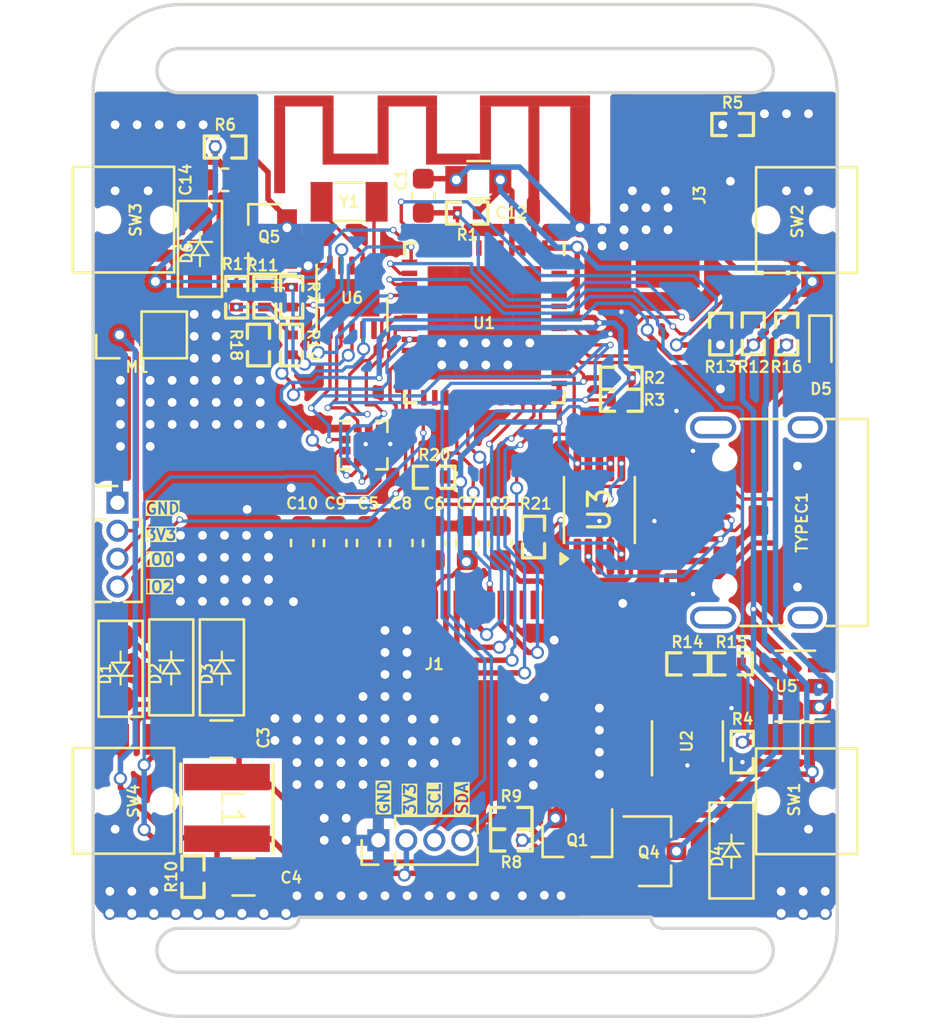
<source format=kicad_pcb>
(kicad_pcb (version 20240108) (generator "pcbnew") (generator_version "8.0")
  (layers (0 "F.Cu" signal) (31 "B.Cu" signal) (34 "B.Paste" user) (35 "F.Paste" user) (36 "B.SilkS" user "B.Silkscreen") (37 "F.SilkS" user "F.Silkscreen") (38 "B.Mask" user) (39 "F.Mask" user) (44 "Edge.Cuts" user))
  (net 0 "")
  (net 1 "GND")
  (net 2 "EN")
  (net 3 "+3V3")
  (net 4 "PREVGH")
  (net 5 "PREVGL")
  (net 6 "VBUS")
  (net 7 "BUSY")
  (net 8 "RES")
  (net 9 "DC")
  (net 10 "MOSI")
  (net 11 "SCK")
  (net 12 "SS")
  (net 13 "Net-(AE1-FEED)")
  (net 14 "Net-(J1-Pin_5)")
  (net 15 "RESE")
  (net 16 "GDR")
  (net 17 "Net-(D3-A)")
  (net 18 "Net-(D1-K)")
  (net 19 "Net-(J1-Pin_18)")
  (net 20 "Net-(J1-Pin_20)")
  (net 21 "Net-(U3-~{CTS})")
  (net 22 "GPIO0")
  (net 23 "D-")
  (net 24 "SDA")
  (net 25 "SCL")
  (net 26 "BTN_1")
  (net 27 "BTN_2")
  (net 28 "BTN_3")
  (net 29 "Net-(J1-Pin_22)")
  (net 30 "+BATT")
  (net 31 "Net-(J1-Pin_24)")
  (net 32 "BTN_4")
  (net 33 "ADC")
  (net 34 "RTC_INT")
  (net 35 "VIB_PWM")
  (net 36 "TX")
  (net 37 "RX")
  (net 38 "D+")
  (net 39 "Net-(D6-A)")
  (net 40 "Net-(D4-K)")
  (net 41 "ACC_INT_2")
  (net 42 "ACC_INT_1")
  (net 43 "Net-(D5-K)")
  (net 49 "Net-(Q5-B)")
  (net 50 "Net-(U5-PROG)")
  (net 51 "Net-(U5-STAT)")
  (net 53 "GPIO2")
  (net 76 "Net-(R11-Pad2)")
  (net 77 "32KHZ")
  (net 80 "Net-(U6-OSCI)")
  (net 82 "Net-(U6-OSCO)")
  (footprint "TO_SOT_Packages_SMD:SOT-23" (layer "F.Cu") (at 94.2 108.61)
    (property "Reference" "Q4")
    (property "Value" "CJ2301")
  )
  (footprint "TO_SOT_Packages_SMD:SOT-23" (layer "F.Cu") (at 76.51 80.8 180)
    (property "Reference" "Q5")
    (property "Value" "S8050")
  )
  (footprint "Watchy:R0402-Frame" (layer "F.Cu") (at 85.7 79.61 180)
    (property "Reference" "R1")
    (property "Value" "10K" (hide yes))
  )
  (footprint "Watchy:R0402-Frame" (layer "F.Cu") (at 97.2 85.11 -90)
    (property "Reference" "R13")
    (property "Value" "100K" (hide yes))
  )
  (footprint "Watchy:R0402-Frame" (layer "F.Cu") (at 95.7 100.11)
    (property "Reference" "R14")
    (property "Value" "10K" (hide yes))
  )
  (footprint "TO_SOT_Packages_SMD:SOT-23" (layer "F.Cu") (at 90.7 108.11 -90)
    (property "Reference" "Q1")
    (property "Value" "AO3400A")
  )
  (footprint "Watchy:Inductors_Inductor_Taiyo-Yuden_NR-40xx" (layer "F.Cu") (at 75.03 106.64 -90)
    (property "Reference" "L1")
    (property "Value" "10uH 1A")
  )
  (footprint "Watchy:R0402-Frame" (layer "F.Cu") (at 75.209539 83.440981 -90)
    (property "Reference" "R17")
    (property "Value" "1K" (hide yes))
  )
  (footprint "Watchy:D_SOD-123F" (layer "F.Cu") (at 74.55 100.29 -90)
    (property "Reference" "D3")
    (property "Value" "MBR0530")
  )
  (footprint "Housings_DFN_QFN:QFN-48-1EP_7x7mm_Pitch0.5mm" (layer "F.Cu") (at 86.47375 84.61 -90)
    (property "Reference" "U1")
    (property "Value" "ESP32-PICO-D4")
  )
  (footprint "Watchy:R0402-Frame" (layer "F.Cu") (at 73.25 109.77 90)
    (property "Reference" "R10")
    (property "Value" "10K" (hide yes))
  )
  (footprint "Capacitors_SMD:C_0805" (layer "F.Cu") (at 86.2 78.11 180)
    (property "Reference" "C12")
    (property "Value" "4.7uF/50V")
  )
  (footprint "Watchy:R0402-Frame" (layer "F.Cu") (at 100.2 85.11 -90)
    (property "Reference" "R16")
    (property "Value" "1K" (hide yes))
  )
  (footprint "Watchy:R0402-Frame" (layer "F.Cu") (at 98.7 85.11 90)
    (property "Reference" "R12")
    (property "Value" "100K" (hide yes))
  )
  (footprint "Watchy:K2-1114SA-A4SW-06" (layer "F.Cu") (at 70.63 106.33 90)
    (property "Reference" "SW4")
    (property "Value" "BTN")
  )
  (footprint "Watchy:K2-1114SA-A4SW-06" (layer "F.Cu") (at 100.57 106.33 -90)
    (property "Reference" "SW1")
    (property "Value" "BTN")
  )
  (footprint "Watchy:R0402-Frame" (layer "F.Cu") (at 87.7 108.11)
    (property "Reference" "R9")
    (property "Value" "3" (hide yes))
  )
  (footprint "Watchy:D_SOD-123F" (layer "F.Cu") (at 72.25 100.29 -90)
    (property "Reference" "D2")
    (property "Value" "MBR0530")
  )
  (footprint "Capacitors_SMD:C_0805" (layer "F.Cu") (at 74.53 103.52)
    (property "Reference" "C3")
    (property "Value" "4.7uF/50V")
  )
  (footprint "Watchy:R0402-Frame" (layer "F.Cu") (at 97.75 75.61)
    (property "Reference" "R5")
    (property "Value" "10K" (hide yes))
  )
  (footprint "LEDs:LED_0603" (layer "F.Cu") (at 101.74 85.58 -90)
    (property "Reference" "D5")
    (property "Value" "LED")
  )
  (footprint "Capacitors_SMD:C_0805" (layer "F.Cu") (at 75.53 109.77)
    (property "Reference" "C4")
    (property "Value" "4.7uF/50V")
  )
  (footprint "Watchy:D_SOD-123F" (layer "F.Cu") (at 97.7 108.61 -90)
    (property "Reference" "D4")
    (property "Value" "MBR0530")
  )
  (footprint "TO_SOT_Packages_SMD:SOT-23-5" (layer "F.Cu") (at 100.6 101.11 180)
    (property "Reference" "U5")
    (property "Value" "TP4054")
  )
  (footprint "Watchy:R0402-Frame" (layer "F.Cu") (at 92.7 88.11 180)
    (property "Reference" "R3")
    (property "Value" "4.7K" (hide yes))
  )
  (footprint "Watchy:R0402-Frame" (layer "F.Cu") (at 87.7 107.11 180)
    (property "Reference" "R8")
    (property "Value" "10K" (hide yes))
  )
  (footprint "Watchy:R0402-Frame" (layer "F.Cu") (at 98.2 104.11 90)
    (property "Reference" "R4")
    (property "Value" "10K" (hide yes))
  )
  (footprint "Watchy:1.25T-2PWT (Molex 532610271)" (layer "F.Cu") (at 94.753082 78.800917 90)
    (property "Reference" "J3")
    (property "Value" "Battery")
  )
  (footprint "Watchy:D_SOD-123F" (layer "F.Cu") (at 69.95 100.29 90)
    (property "Reference" "D1")
    (property "Value" "MBR0530")
  )
  (footprint "TO_SOT_Packages_SMD:SOT-23-5" (layer "F.Cu") (at 95.7 103.61 90)
    (property "Reference" "U2")
    (property "Value" "ME6211C33M5G-N" (hide yes))
  )
  (footprint "Watchy:K2-1114SA-A4SW-06" (layer "F.Cu") (at 100.57 79.93 -90)
    (property "Reference" "SW2")
    (property "Value" "BTN")
  )
  (footprint "Watchy:K2-1114SA-A4SW-06" (layer "F.Cu") (at 70.63 79.93 90)
    (property "Reference" "SW3")
    (property "Value" "BTN")
  )
  (footprint "Watchy:24_Pins_0.5mm_Pitch_ZIF_Connector_UP" (layer "F.Cu") (at 85.475 99.77)
    (property "Reference" "J1")
    (property "Value" "FPC24(0.5MM)")
  )
  (footprint "Watchy:R0402-Frame" (layer "F.Cu") (at 92.7 87.11 180)
    (property "Reference" "R2")
    (property "Value" "4.7K" (hide yes))
  )
  (footprint "Watchy:R0402-Frame" (layer "F.Cu") (at 74.7 76.61 180)
    (property "Reference" "R6")
    (property "Value" "10K" (hide yes))
  )
  (footprint "Watchy:D_SOD-123F" (layer "F.Cu") (at 73.55432 81.283203 -90)
    (property "Reference" "D6")
    (property "Value" "1N4001")
  )
  (footprint "Watchy:Motor_Header" (layer "F.Cu") (at 69.9 85.155 90)
    (property "Reference" "M1")
    (property "Value" "Vibration_Motor")
  )
  (footprint "Watchy:R0402-Frame" (layer "F.Cu") (at 77.709539 83.440981 -90)
    (property "Reference" "R7")
    (property "Value" "10K" (hide yes))
  )
  (footprint "Watchy:SWRA117D" (layer "F.Cu") (at 74.255 79.18)
    (property "Reference" "AE1" (hide yes))
    (property "Value" "SWRA117D" (hide yes))
  )
  (footprint "Watchy:R0402-Frame" (layer "F.Cu") (at 76.490497 83.440981 -90)
    (property "Reference" "R11")
    (property "Value" "680K" (hide yes))
  )
  (footprint "Watchy:R0402-Frame" (layer "F.Cu") (at 77.7 85.61 -90)
    (property "Reference" "R19")
    (property "Value" "100K" (hide yes))
  )
  (footprint "Crystal:Crystal_SMD_3215-2Pin_3.2x1.5mm" (layer "F.Cu") (at 80.33 79.11)
    (property "Reference" "Y1")
    (property "Value" "32.768KHz")
  )
  (footprint "Housings_LGA:LGA-12_2x2mm_Pitch0.5mm" (layer "F.Cu") (at 80.97 90.16)
    (property "Reference" "U4" (hide yes))
    (property "Value" "BMA423")
  )
  (footprint "Package_DFN_QFN:DFN-10-1EP_3x3mm_P0.5mm_EP1.7x2.5mm" (layer "F.Cu") (at 80.46 83.47 -90)
    (property "Reference" "U6")
    (property "Value" "PCF8563BS")
  )
  (footprint "Watchy:R0402-Frame" (layer "F.Cu") (at 76.2 85.61 -90)
    (property "Reference" "R18")
    (property "Value" "220K" (hide yes))
  )
  (footprint "Watchy:R0402-Frame" (layer "F.Cu") (at 97.7 100.11)
    (property "Reference" "R15")
    (property "Value" "10K" (hide yes))
  )
  (footprint "Capacitor_SMD:C_0603_1608Metric" (layer "F.Cu") (at 83.7 78.835 90)
    (property "Reference" "C1")
    (property "Value" "100nF")
  )
  (footprint "Capacitor_SMD:C_0603_1608Metric" (layer "F.Cu") (at 87.2 94.61 90)
    (property "Reference" "C2")
    (property "Value" "1uF/50V")
  )
  (footprint "Capacitor_SMD:C_0603_1608Metric" (layer "F.Cu") (at 81.2 94.61 90)
    (property "Reference" "C5")
    (property "Value" "1uF/50V")
  )
  (footprint "Capacitor_SMD:C_0603_1608Metric" (layer "F.Cu") (at 84.2 94.61 90)
    (property "Reference" "C6")
    (property "Value" "1uF/50V")
  )
  (footprint "Capacitor_SMD:C_0603_1608Metric" (layer "F.Cu") (at 85.7 94.61 90)
    (property "Reference" "C7")
    (property "Value" "1uF/50V")
  )
  (footprint "Capacitor_SMD:C_0603_1608Metric" (layer "F.Cu") (at 82.7 94.61 90)
    (property "Reference" "C8")
    (property "Value" "1uF/50V")
  )
  (footprint "Capacitor_SMD:C_0603_1608Metric" (layer "F.Cu") (at 79.7 94.61 90)
    (property "Reference" "C9")
    (property "Value" "1uF/50V")
  )
  (footprint "Capacitor_SMD:C_0603_1608Metric" (layer "F.Cu") (at 78.2 94.61 90)
    (property "Reference" "C10")
    (property "Value" "1uF/50V")
  )
  (footprint "Capacitor_SMD:C_0603_1608Metric" (layer "F.Cu") (at 74.7 78.11)
    (property "Reference" "C14")
    (property "Value" "100nF")
  )
  (footprint "Watchy:R0402-Frame" (layer "F.Cu") (at 84.2 91.61 180)
    (property "Reference" "R20")
    (property "Value" "100K" (hide yes))
  )
  (footprint "Package_SO:MSOP-10_3x3mm_P0.5mm" (layer "F.Cu") (at 91.7 93.11 90)
    (property "Reference" "U3")
    (property "Value" "CH340X")
  )
  (footprint "Connector_PinHeader_1.27mm:PinHeader_1x04_P1.27mm_Vertical" (layer "F.Cu") (at 81.66 108.11 90)
    (property "Reference" "J2" (hide yes))
    (property "Value" "Conn_01x04")
  )
  (footprint "Connector_USB:USB_C_Receptacle_HRO_TYPE-C-31-M-12" (layer "F.Cu") (at 100 93.675 90)
    (property "Reference" "TYPEC1")
    (property "Value" "USB_C_Receptacle_USB2.0_14P")
  )
  (footprint "Connector_PinHeader_1.27mm:PinHeader_1x04_P1.27mm_Vertical" (layer "F.Cu") (at 69.805235 92.779633)
    (property "Reference" "J4" (hide yes))
    (property "Value" "Conn_01x04")
  )
  (footprint "Watchy:R0402-Frame" (layer "F.Cu") (at 88.720709 94.341531 90)
    (property "Reference" "R21")
    (property "Value" "10K" (hide yes))
  )
  (gr_arc (start 72.6 74.15) (mid 71.892893 73.857107) (end 71.6 73.15) (stroke (width 0.15)) (layer "Edge.Cuts"))
  (gr_arc (start 71.6 113.11) (mid 71.892893 112.402893) (end 72.6 112.11) (stroke (width 0.15)) (layer "Edge.Cuts"))
  (gr_arc (start 98.6 112.11) (mid 99.307107 112.402893) (end 99.6 113.11) (stroke (width 0.15)) (layer "Edge.Cuts"))
  (gr_arc (start 99.6 73.15) (mid 99.307107 73.857107) (end 98.6 74.15) (stroke (width 0.15)) (layer "Edge.Cuts"))
  (gr_line (start 98.6 74.15) (end 72.6 74.15) (stroke (width 0.15)) (layer "Edge.Cuts"))
  (gr_line (start 72.6 72.15) (end 98.6 72.15) (stroke (width 0.15)) (layer "Edge.Cuts"))
  (gr_arc (start 102.5 112.11) (mid 101.328427 114.938427) (end 98.5 116.11) (stroke (width 0.15)) (layer "Edge.Cuts"))
  (gr_arc (start 72.7 116.11) (mid 69.871573 114.938427) (end 68.7 112.11) (stroke (width 0.15)) (layer "Edge.Cuts"))
  (gr_arc (start 98.5 70.15) (mid 101.328427 71.321573) (end 102.5 74.15) (stroke (width 0.15)) (layer "Edge.Cuts"))
  (gr_line (start 102.5 112.11) (end 102.5 74.15) (stroke (width 0.15)) (layer "Edge.Cuts"))
  (gr_arc (start 78.05 111.61) (mid 77.903553 111.963553) (end 77.55 112.11) (stroke (width 0.15)) (layer "Edge.Cuts"))
  (gr_arc (start 94.55 112.11) (mid 94.196447 111.963553) (end 94.05 111.61) (stroke (width 0.15)) (layer "Edge.Cuts"))
  (gr_line (start 98.6 112.11) (end 94.55 112.11) (stroke (width 0.15)) (layer "Edge.Cuts"))
  (gr_line (start 78.05 111.61) (end 94.05 111.61) (stroke (width 0.15)) (layer "Edge.Cuts"))
  (gr_line (start 68.7 112.11) (end 68.7 74.15) (stroke (width 0.15)) (layer "Edge.Cuts"))
  (gr_line (start 72.6 112.11) (end 77.55 112.11) (stroke (width 0.15)) (layer "Edge.Cuts"))
  (gr_arc (start 98.6 72.15) (mid 99.307107 72.442893) (end 99.6 73.15) (stroke (width 0.15)) (layer "Edge.Cuts"))
  (gr_arc (start 99.6 113.11) (mid 99.307107 113.817107) (end 98.6 114.11) (stroke (width 0.15)) (layer "Edge.Cuts"))
  (gr_arc (start 71.6 73.15) (mid 71.892893 72.442893) (end 72.6 72.15) (stroke (width 0.15)) (layer "Edge.Cuts"))
  (gr_line (start 98.6 114.11) (end 72.6 114.11) (stroke (width 0.15)) (layer "Edge.Cuts"))
  (gr_arc (start 68.7 74.15) (mid 69.871573 71.321573) (end 72.7 70.15) (stroke (width 0.15)) (layer "Edge.Cuts"))
  (gr_line (start 72.7 116.11) (end 98.5 116.11) (stroke (width 0.15)) (layer "Edge.Cuts"))
  (gr_arc (start 72.6 114.11) (mid 71.892893 113.817107) (end 71.6 113.11) (stroke (width 0.15)) (layer "Edge.Cuts"))
  (gr_line (start 98.5 70.15) (end 72.7 70.15) (stroke (width 0.15)) (layer "Edge.Cuts"))
  (gr_text "3V3" (at 83.388064 106.994458 90) (layer "F.SilkS" knockout) (effects (font (size 0.5 0.5) (thickness 0.1) (bold yes)) (justify left bottom)))
  (gr_text "SCL\n" (at 84.518151 106.994458 90) (layer "F.SilkS" knockout) (effects (font (size 0.5 0.5) (thickness 0.1) (bold yes)) (justify left bottom)))
  (gr_text "IO0\n" (at 71.032478 95.657054 0) (layer "F.SilkS" knockout) (effects (font (size 0.5 0.5) (thickness 0.1) (bold yes)) (justify left bottom)))
  (gr_text "GND\n" (at 71.032478 93.341224 0) (layer "F.SilkS" knockout) (effects (font (size 0.5 0.5) (thickness 0.1) (bold yes)) (justify left bottom)))
  (gr_text "SDA" (at 85.766307 106.994458 90) (layer "F.SilkS" knockout) (effects (font (size 0.5 0.5) (thickness 0.1) (bold yes)) (justify left bottom)))
  (gr_text "GND\n" (at 82.202321 106.994458 90) (layer "F.SilkS" knockout) (effects (font (size 0.5 0.5) (thickness 0.1) (bold yes)) (justify left bottom)))
  (gr_text "IO2" (at 71.032478 96.90521 0) (layer "F.SilkS" knockout) (effects (font (size 0.5 0.5) (thickness 0.1) (bold yes)) (justify left bottom)))
  (gr_text "3V3" (at 71.032478 94.526967 0) (layer "F.SilkS" knockout) (effects (font (size 0.5 0.5) (thickness 0.1) (bold yes)) (justify left bottom)))
  (segment (start 95.2 88.61) (end 96.2 87.61) (width 0.25) (layer "F.Cu") (net 1))
  (segment (start 90.825 79.43) (end 90.825 80.275) (width 0.9) (layer "F.Cu") (net 1))
  (segment (start 95.955 90.425) (end 95.2 89.67) (width 0.25) (layer "F.Cu") (net 1))
  (segment (start 77.51 79.85) (end 77.56 79.85) (width 0.25) (layer "F.Cu") (net 1))
  (segment (start 87.25 108.11) (end 87.25 107.11) (width 0.25) (layer "F.Cu") (net 1))
  (segment (start 96.2 87.61) (end 97.2 87.61) (width 0.25) (layer "F.Cu") (net 1))
  (segment (start 88.1 83.05) (end 88.2 83.05) (width 0.25) (layer "F.Cu") (net 1))
  (segment (start 77.7 92.11) (end 77.7 90.6274) (width 0.1524) (layer "F.Cu") (net 1))
  (segment (start 75.488233 76.61) (end 76.6476 77.769367) (width 0.25) (layer "F.Cu") (net 1))
  (segment (start 77.7 90.6274) (end 76.2926 89.22) (width 0.1524) (layer "F.Cu") (net 1))
  (segment (start 88.046567 101.58) (end 82.96 101.58) (width 0.25) (layer "F.Cu") (net 1))
  (segment (start 90.825 80.275) (end 90.82 80.28) (width 0.9) (layer "F.Cu") (net 1))
  (segment (start 77.4826 89.41) (end 77.2926 89.22) (width 0.1524) (layer "F.Cu") (net 1))
  (segment (start 80.2075 89.41) (end 77.4826 89.41) (width 0.1524) (layer "F.Cu") (net 1))
  (segment (start 83.07375 85.86) (end 83.86125 85.86) (width 0.25) (layer "F.Cu") (net 1))
  (segment (start 83.225 98.315) (end 82.96 98.58) (width 0.25) (layer "F.Cu") (net 1))
  (segment (start 69.805235 90.357365) (end 69.805235 92.779633) (width 0.1524) (layer "F.Cu") (net 1))
  (segment (start 89.630199 99.002599) (end 89.6476 99.02) (width 0.25) (layer "F.Cu") (net 1))
  (segment (start 88.405 84.115) (end 88.41 84.11) (width 0.35) (layer "F.Cu") (net 1))
  (segment (start 90.92 80.38) (end 90.82 80.28) (width 0.25) (layer "F.Cu") (net 1))
  (segment (start 84.5425 82.67875) (end 84.54 82.68125) (width 0.25) (layer "F.Cu") (net 1))
  (segment (start 91.067304 80.28) (end 90.82 80.28) (width 0.25) (layer "F.Cu") (net 1))
  (segment (start 76.6476 78.9876) (end 77.51 79.85) (width 0.25) (layer "F.Cu") (net 1))
  (segment (start 76.6476 77.769367) (end 76.6476 78.9876) (width 0.25) (layer "F.Cu") (net 1))
  (segment (start 88.508277 99.002599) (end 89.630199 99.002599) (width 0.25) (layer "F.Cu") (net 1))
  (segment (start 87.2 93.835) (end 78.2 93.835) (width 0.25) (layer "F.Cu") (net 1))
  (segment (start 87.725 98.219322) (end 88.508277 99.002599) (width 0.25) (layer "F.Cu") (net 1))
  (segment (start 87.725 97.42) (end 87.725 98.219322) (width 0.25) (layer "F.Cu") (net 1))
  (segment (start 88.405 84.12) (end 88.405 84.115) (width 0.35) (layer "F.Cu") (net 1))
  (segment (start 85.15 78.06) (end 85.2 78.11) (width 0.25) (layer "F.Cu") (net 1))
  (segment (start 95.2 89.67) (end 95.2 88.61) (width 0.25) (layer "F.Cu") (net 1))
  (segment (start 89.6476 99.02) (end 89.6476 99.978967) (width 0.25) (layer "F.Cu") (net 1))
  (segment (start 89.6476 99.978967) (end 88.046567 101.58) (width 0.25) (layer "F.Cu") (net 1))
  (segment (start 78.4725 82.0075) (end 78.47 82.01) (width 0.1524) (layer "F.Cu") (net 1))
  (segment (start 84.54 82.68125) (end 84.54 84.52) (width 0.25) (layer "F.Cu") (net 1))
  (segment (start 74.67 94.1114) (end 74.67 94.26) (width 0.1524) (layer "F.Cu") (net 1))
  (segment (start 91.7 95.2225) (end 91.7 93.61) (width 0.1524) (layer "F.Cu") (net 1))
  (segment (start 81.9 90.41) (end 82.2 90.11) (width 0.1524) (layer "F.Cu") (net 1))
  (segment (start 91.82 80.38) (end 90.92 80.38) (width 0.25) (layer "F.Cu") (net 1))
  (segment (start 69.9426 90.22) (end 69.805235 90.357365) (width 0.1524) (layer "F.Cu") (net 1))
  (segment (start 79.46 82.0075) (end 78.4725 82.0075) (width 0.1524) (layer "F.Cu") (net 1))
  (segment (start 75.15 76.4528) (end 75.15 76.61) (width 0.25) (layer "F.Cu") (net 1))
  (segment (start 87.725 96.92) (end 87.725 97.82) (width 0.25) (layer "F.Cu") (net 1))
  (segment (start 83.7 78.06) (end 85.15 78.06) (width 0.25) (layer "F.Cu") (net 1))
  (segment (start 81.7325 90.41) (end 81.7325 89.91) (width 0.1524) (layer "F.Cu") (net 1))
  (segment (start 75.15 76.61) (end 75.488233 76.61) (width 0.25) (layer "F.Cu") (net 1))
  (segment (start 81.7325 90.41) (end 81.9 90.41) (width 0.1524) (layer "F.Cu") (net 1))
  (segment (start 75.7 93.0814) (end 74.67 94.1114) (width 0.1524) (layer "F.Cu") (net 1))
  (segment (start 83.86125 85.86) (end 84.5425 86.54125) (width 0.25) (layer "F.Cu") (net 1))
  (segment (start 83.225 97.42) (end 83.225 98.315) (width 0.25) (layer "F.Cu") (net 1))
  (segment (start 87.72375 82.67375) (end 88.1 83.05) (width 0.25) (layer "F.Cu") (net 1))
  (via (at 92.82 79.38) (size 0.6) (drill 0.4) (layers "F.Cu" "B.Cu") (net 1))
  (via (at 92.82 80.38) (size 0.6) (drill 0.4) (layers "F.Cu" "B.Cu") (net 1))
  (via (at 91.82 80.38) (size 0.6) (drill 0.4) (layers "F.Cu" "B.Cu") (net 1))
  (via (at 92.82 81.11) (size 0.6) (drill 0.4) (layers "F.Cu" "B.Cu") (net 1))
  (via (at 91.82 81.11) (size 0.6) (drill 0.4) (layers "F.Cu" "B.Cu") (net 1))
  (via (at 73.67 94.26) (size 0.6) (drill 0.4) (layers "F.Cu" "B.Cu") (net 1))
  (via (at 74.67 94.26) (size 0.6) (drill 0.4) (layers "F.Cu" "B.Cu") (net 1))
  (via (at 72.67 94.26) (size 0.6) (drill 0.4) (layers "F.Cu" "B.Cu") (net 1))
  (via (at 75.67 94.26) (size 0.6) (drill 0.4) (layers "F.Cu" "B.Cu") (net 1))
  (via (at 76.67 94.26) (size 0.6) (drill 0.4) (layers "F.Cu" "B.Cu") (net 1))
  (via (at 72.67 95.26) (size 0.6) (drill 0.4) (layers "F.Cu" "B.Cu") (net 1))
  (via (at 74.67 95.26) (size 0.6) (drill 0.4) (layers "F.Cu" "B.Cu") (net 1))
  (via (at 76.67 95.26) (size 0.6) (drill 0.4) (layers "F.Cu" "B.Cu") (net 1))
  (via (at 73.67 95.26) (size 0.6) (drill 0.4) (layers "F.Cu" "B.Cu") (net 1))
  (via (at 75.67 95.26) (size 0.6) (drill 0.4) (layers "F.Cu" "B.Cu") (net 1))
  (via (at 76.67 96.26) (size 0.6) (drill 0.4) (layers "F.Cu" "B.Cu") (net 1))
  (via (at 72.67 96.26) (size 0.6) (drill 0.4) (layers "F.Cu" "B.Cu") (net 1))
  (via (at 73.67 96.26) (size 0.6) (drill 0.4) (layers "F.Cu" "B.Cu") (net 1))
  (via (at 75.67 96.26) (size 0.6) (drill 0.4) (layers "F.Cu" "B.Cu") (net 1))
  (via (at 74.67 96.26) (size 0.6) (drill 0.4) (layers "F.Cu" "B.Cu") (net 1))
  (via (at 73.67 97.26) (size 0.6) (drill 0.4) (layers "F.Cu" "B.Cu") (net 1))
  (via (at 75.67 97.26) (size 0.6) (drill 0.4) (layers "F.Cu" "B.Cu") (net 1))
  (via (at 74.67 97.26) (size 0.6) (drill 0.4) (layers "F.Cu" "B.Cu") (net 1))
  (via (at 72.67 97.26) (size 0.6) (drill 0.4) (layers "F.Cu" "B.Cu") (net 1))
  (via (at 76.67 97.26) (size 0.6) (drill 0.4) (layers "F.Cu" "B.Cu") (net 1))
  (via (at 79.96 102.58) (size 0.6) (drill 0.4) (layers "F.Cu" "B.Cu") (net 1))
  (via (at 80.96 102.58) (size 0.6) (drill 0.4) (layers "F.Cu" "B.Cu") (net 1))
  (via (at 81.96 102.58) (size 0.6) (drill 0.4) (layers "F.Cu" "B.Cu") (net 1))
  (via (at 78.96 103.58) (size 0.6) (drill 0.4) (layers "F.Cu" "B.Cu") (net 1))
  (via (at 79.96 103.58) (size 0.6) (drill 0.4) (layers "F.Cu" "B.Cu") (net 1))
  (via (at 80.96 103.58) (size 0.6) (drill 0.4) (layers "F.Cu" "B.Cu") (net 1))
  (via (at 81.96 103.58) (size 0.6) (drill 0.4) (layers "F.Cu" "B.Cu") (net 1))
  (via (at 78.96 104.58) (size 0.6) (drill 0.4) (layers "F.Cu" "B.Cu") (net 1))
  (via (at 79.96 104.58) (size 0.6) (drill 0.4) (layers "F.Cu" "B.Cu") (net 1))
  (via (at 80.96 104.58) (size 0.6) (drill 0.4) (layers "F.Cu" "B.Cu") (net 1))
  (via (at 81.96 104.58) (size 0.6) (drill 0.4) (layers "F.Cu" "B.Cu") (net 1))
  (via (at 78.96 105.58) (size 0.6) (drill 0.4) (layers "F.Cu" "B.Cu") (net 1))
  (via (at 79.96 105.58) (size 0.6) (drill 0.4) (layers "F.Cu" "B.Cu") (net 1))
  (via (at 80.96 105.58) (size 0.6) (drill 0.4) (layers "F.Cu" "B.Cu") (net 1))
  (via (at 81.96 101.58) (size 0.6) (drill 0.4) (layers "F.Cu" "B.Cu") (net 1))
  (via (at 82.96 101.58) (size 0.6) (drill 0.4) (layers "F.Cu" "B.Cu") (net 1))
  (via (at 80.96 101.58) (size 0.6) (drill 0.4) (layers "F.Cu" "B.Cu") (net 1))
  (via (at 82.96 100.58) (size 0.6) (drill 0.4) (layers "F.Cu" "B.Cu") (net 1))
  (via (at 81.96 100.58) (size 0.6) (drill 0.4) (layers "F.Cu" "B.Cu") (net 1))
  (via (at 81.96 99.58) (size 0.6) (drill 0.4) (layers "F.Cu" "B.Cu") (net 1))
  (via (at 82.96 99.58) (size 0.6) (drill 0.4) (layers "F.Cu" "B.Cu") (net 1))
  (via (at 81.96 98.58) (size 0.6) (drill 0.4) (layers "F.Cu" "B.Cu") (net 1))
  (via (at 82.96 98.58) (size 0.6) (drill 0.4) (layers "F.Cu" "B.Cu") (net 1))
  (via (at 84.54 85.52) (size 0.6) (drill 0.4) (layers "F.Cu" "B.Cu") (net 1))
  (via (at 84.54 86.52) (size 0.6) (drill 0.4) (layers "F.Cu" "B.Cu") (net 1))
  (via (at 85.54 86.52) (size 0.6) (drill 0.4) (layers "F.Cu" "B.Cu") (net 1))
  (via (at 85.54 85.52) (size 0.6) (drill 0.4) (layers "F.Cu" "B.Cu") (net 1))
  (via (at 86.54 85.52) (size 0.6) (drill 0.4) (layers "F.Cu" "B.Cu") (net 1))
  (via (at 86.54 86.52) (size 0.6) (drill 0.4) (layers "F.Cu" "B.Cu") (net 1))
  (via (at 87.54 86.52) (size 0.6) (drill 0.4) (layers "F.Cu" "B.Cu") (net 1))
  (via (at 87.54 85.52) (size 0.6) (drill 0.4) (layers "F.Cu" "B.Cu") (net 1))
  (via (at 88.54 85.52) (size 0.6) (drill 0.4) (layers "F.Cu" "B.Cu") (net 1))
  (via (at 84.96 110.63) (size 0.6) (drill 0.4) (layers "F.Cu" "B.Cu") (net 1))
  (via (at 80.96 110.63) (size 0.6) (drill 0.4) (layers "F.Cu" "B.Cu") (net 1))
  (via (at 86.96 110.63) (size 0.6) (drill 0.4) (layers "F.Cu" "B.Cu") (net 1))
  (via (at 85.96 110.63) (size 0.6) (drill 0.4) (layers "F.Cu" "B.Cu") (net 1))
  (via (at 83.96 110.63) (size 0.6) (drill 0.4) (layers "F.Cu" "B.Cu") (net 1))
  (via (at 81.96 110.63) (size 0.6) (drill 0.4) (layers "F.Cu" "B.Cu") (net 1))
  (via (at 79.96 110.63) (size 0.6) (drill 0.4) (layers "F.Cu" "B.Cu") (net 1))
  (via (at 78.96 110.63) (size 0.6) (drill 0.4) (layers "F.Cu" "B.Cu") (net 1))
  (via (at 88.2 110.63) (size 0.6) (drill 0.4) (layers "F.Cu" "B.Cu") (net 1))
  (via (at 82.96 110.63) (size 0.6) (drill 0.4) (layers "F.Cu" "B.Cu") (net 1))
  (via (at 89.96 110.63) (size 0.6) (drill 0.4) (layers "F.Cu" "B.Cu") (net 1))
  (via (at 93.82 79.38) (size 0.6) (drill 0.4) (layers "F.Cu" "B.Cu") (net 1))
  (via (at 93.82 80.38) (size 0.6) (drill 0.4) (layers "F.Cu" "B.Cu") (net 1))
  (via (at 94.82 80.38) (size 0.6) (drill 0.4) (layers "F.Cu" "B.Cu") (net 1))
  (via (at 94.82 79.38) (size 0.6) (drill 0.4) (layers "F.Cu" "B.Cu") (net 1))
  (via (at 99.96 110.43) (size 0.6) (drill 0.4) (layers "F.Cu" "B.Cu") (net 1))
  (via (at 99.96 111.43) (size 0.6) (drill 0.4) (layers "F.Cu" "B.Cu") (net 1))
  (via (at 100.96 111.43) (size 0.6) (drill 0.4) (layers "F.Cu" "B.Cu") (net 1))
  (via (at 77.96 104.58) (size 0.6) (drill 0.4) (layers "F.Cu" "B.Cu") (net 1))
  (via (at 76.96 103.58) (size 0.6) (drill 0.4) (layers "F.Cu" "B.Cu") (net 1))
  (via (at 77.96 103.58) (size 0.6) (drill 0.4) (layers "F.Cu" "B.Cu") (net 1))
  (via (at 77.96 110.63) (size 0.6) (drill 0.4) (layers "F.Cu" "B.Cu") (net 1))
  (via (at 71.46 110.43) (size 0.6) (drill 0.4) (layers "F.Cu" "B.Cu") (net 1))
  (via (at 70.46 110.43) (size 0.6) (drill 0.4) (layers "F.Cu" "B.Cu") (net 1))
  (via (at 69.46 110.43) (size 0.6) (drill 0.4) (layers "F.Cu" "B.Cu") (net 1))
  (via (at 71.46 111.43) (size 0.6) (drill 0.4) (layers "F.Cu" "B.Cu") (net 1))
  (via (at 70.46 111.43) (size 0.6) (drill 0.4) (layers "F.Cu" "B.Cu") (net 1))
  (via (at 69.46 111.43) (size 0.6) (drill 0.4) (layers "F.Cu" "B.Cu") (net 1))
  (via (at 72.46 111.43) (size 0.6) (drill 0.4) (layers "F.Cu" "B.Cu") (net 1))
  (via (at 73.46 111.43) (size 0.6) (drill 0.4) (layers "F.Cu" "B.Cu") (net 1))
  (via (at 74.46 111.43) (size 0.6) (drill 0.4) (layers "F.Cu" "B.Cu") (net 1))
  (via (at 75.46 111.43) (size 0.6) (drill 0.4) (layers "F.Cu" "B.Cu") (net 1))
  (via (at 76.46 111.43) (size 0.6) (drill 0.4) (layers "F.Cu" "B.Cu") (net 1))
  (via (at 77.46 111.43) (size 0.6) (drill 0.4) (layers "F.Cu" "B.Cu") (net 1))
  (via (at 100.96 110.43) (size 0.6) (drill 0.4) (layers "F.Cu" "B.Cu") (net 1))
  (via (at 101.96 111.43) (size 0.6) (drill 0.4) (layers "F.Cu" "B.Cu") (net 1))
  (via (at 101.96 110.43) (size 0.6) (drill 0.4) (layers "F.Cu" "B.Cu") (net 1))
  (via (at 69.9426 90.22) (size 0.6) (drill 0.4) (layers "F.Cu" "B.Cu") (net 1))
  (via (at 69.9426 89.22) (size 0.6) (drill 0.4) (layers "F.Cu" "B.Cu") (net 1))
  (via (at 69.9426 88.22) (size 0.6) (drill 0.4) (layers "F.Cu" "B.Cu") (net 1))
  (via (at 69.9426 87.22) (size 0.6) (drill 0.4) (layers "F.Cu" "B.Cu") (net 1))
  (via (at 71.2926 87.22) (size 0.6) (drill 0.4) (layers "F.Cu" "B.Cu") (net 1))
  (via (at 71.2926 89.22) (size 0.6) (drill 0.4) (layers "F.Cu" "B.Cu") (net 1))
  (via (at 71.2926 90.22) (size 0.6) (drill 0.4) (layers "F.Cu" "B.Cu") (net 1))
  (via (at 71.2926 88.22) (size 0.6) (drill 0.4) (layers "F.Cu" "B.Cu") (net 1))
  (via (at 72.2926 89.22) (size 0.6) (drill 0.4) (layers "F.Cu" "B.Cu") (net 1))
  (via (at 72.2926 87.22) (size 0.6) (drill 0.4) (layers "F.Cu" "B.Cu") (net 1))
  (via (at 72.2926 88.22) (size 0.6) (drill 0.4) (layers "F.Cu" "B.Cu") (net 1))
  (via (at 73.2926 88.22) (size 0.6) (drill 0.4) (layers "F.Cu" "B.Cu") (net 1))
  (via (at 73.2926 87.22) (size 0.6) (drill 0.4) (layers "F.Cu" "B.Cu") (net 1))
  (via (at 73.2926 89.22) (size 0.6) (drill 0.4) (layers "F.Cu" "B.Cu") (net 1))
  (via (at 74.2926 89.22) (size 0.6) (drill 0.4) (layers "F.Cu" "B.Cu") (net 1))
  (via (at 74.2926 87.22) (size 0.6) (drill 0.4) (layers "F.Cu" "B.Cu") (net 1))
  (via (at 74.2926 88.22) (size 0.6) (drill 0.4) (layers "F.Cu" "B.Cu") (net 1))
  (via (at 75.2926 89.22) (size 0.6) (drill 0.4) (layers "F.Cu" "B.Cu") (net 1))
  (via (at 75.2926 87.22) (size 0.6) (drill 0.4) (layers "F.Cu" "B.Cu") (net 1))
  (via (at 75.2926 88.22) (size 0.6) (drill 0.4) (layers "F.Cu" "B.Cu") (net 1))
  (via (at 76.2926 89.22) (size 0.6) (drill 0.4) (layers "F.Cu" "B.Cu") (net 1))
  (via (at 74.2926 86.22) (size 0.6) (drill 0.4) (layers "F.Cu" "B.Cu") (net 1))
  (via (at 74.2926 85.22) (size 0.6) (drill 0.4) (layers "F.Cu" "B.Cu") (net 1))
  (via (at 73.2926 85.22) (size 0.6) (drill 0.4) (layers "F.Cu" "B.Cu") (net 1))
  (via (at 73.2926 86.22) (size 0.6) (drill 0.4) (layers "F.Cu" "B.Cu") (net 1))
  (via (at 77.96 105.58) (size 0.6) (drill 0.4) (layers "F.Cu" "B.Cu") (net 1))
  (via (at 78.96 102.58) (size 0.6) (drill 0.4) (layers "F.Cu" "B.Cu") (net 1))
  (via (at 77.96 102.58) (size 0.6) (drill 0.4) (layers "F.Cu" "B.Cu") (net 1))
  (via (at 76.96 102.58) (size 0.6) (drill 0.4) (layers "F.Cu" "B.Cu") (net 1))
  (via (at 77.2926 89.22) (size 0.6) (drill 0.4) (layers "F.Cu" "B.Cu") (net 1))
  (via (at 74.2926 84.22) (size 0.6) (drill 0.4) (layers "F.Cu" "B.Cu") (net 1))
  (via (at 73.2926 84.22) (size 0.6) (drill 0.4) (layers "F.Cu" "B.Cu") (net 1))
  (via (at 76.2926 87.22) (size 0.6) (drill 0.4) (layers "F.Cu" "B.Cu") (net 1))
  (via (at 76.2926 88.22) (size 0.6) (drill 0.4) (layers "F.Cu" "B.Cu") (net 1))
  (via (at 97.3 75.61) (size 0.6) (drill 0.4) (layers "F.Cu" "B.Cu") (net 1))
  (via (at 69.7 107.61) (size 0.6) (drill 0.4) (layers "F.Cu" "B.Cu") (net 1))
  (via (at 97.2 87.61) (size 0.6) (drill 0.4) (layers "F.Cu" "B.Cu") (net 1))
  (via (at 95.2 88.61) (size 0.3) (drill 0.2) (layers "F.Cu" "B.Cu") (net 1))
  (via (at 79.2 107.11) (size 0.6) (drill 0.4) (layers "F.Cu" "B.Cu") (net 1))
  (via (at 84.2 103.61) (size 0.6) (drill 0.4) (layers "F.Cu" "B.Cu") (net 1))
  (via (at 71.7 75.61) (size 0.6) (drill 0.4) (layers "F.Cu" "B.Cu") (net 1))
  (via (at 87.7 103.61) (size 0.6) (drill 0.4) (layers "F.Cu" "B.Cu") (net 1))
  (via (at 89.2 110.61) (size 0.6) (drill 0.4) (layers "F.Cu" "B.Cu") (net 1))
  (via (at 77.506608 80.286423) (size 0.6) (drill 0.4) (layers "F.Cu" "B.Cu") (net 1))
  (via (at 91.7 105.11) (size 0.6) (drill 0.4) (layers "F.Cu" "B.Cu") (net 1))
  (via (at 77.803452 97.273794) (size 0.6) (drill 0.4) (layers "F.Cu" "B.Cu") (net 1))
  (via (at 101.2 75.11) (size 0.6) (drill 0.4) (layers "F.Cu" "B.Cu") (net 1))
  (via (at 73.7 75.61) (size 0.6) (drill 0.4) (layers "F.Cu" "B.Cu") (net 1))
  (via (at 97.2 85.61) (size 0.6) (drill 0.4) (layers "F.Cu" "B.Cu") (net 1))
  (via (at 95.955 90.425) (size 0.3) (drill 0.2) (layers "F.Cu" "B.Cu") (net 1))
  (via (at 85.2 103.61) (size 0.6) (drill 0.4) (layers "F.Cu" "B.Cu") (net 1))
  (via (at 77.7 92.11) (size 0.6) (drill 0.4) (layers "F.Cu" "B.Cu") (net 1))
  (via (at 91.7 103.11) (size 0.6) (drill 0.4) (layers "F.Cu" "B.Cu") (net 1))
  (via (at 88.7 103.61) (size 0.6) (drill 0.4) (layers "F.Cu" "B.Cu") (net 1))
  (via (at 94.2 93.61) (size 0.3) (drill 0.2) (layers "F.Cu" "B.Cu") (net 1))
  (via (at 100.2 75.11) (size 0.6) (drill 0.4) (layers "F.Cu" "B.Cu") (net 1))
  (via (at 70.7 75.61) (size 0.6) (drill 0.4) (layers "F.Cu" "B.Cu") (net 1))
  (via (at 99.2 75.11) (size 0.6) (drill 0.4) (layers "F.Cu" "B.Cu") (net 1))
  (via (at 81.081844 90.119609) (size 0.3) (drill 0.2) (layers "F.Cu" "B.Cu") (net 1))
  (via (at 75.7 93.0814) (size 0.6) (drill 0.4) (layers "F.Cu" "B.Cu") (net 1))
  (via (at 84.2 102.61) (size 0.6) (drill 0.4) (layers "F.Cu" "B.Cu") (net 1))
  (via (at 88.7 104.61) (size 0.6) (drill 0.4) (layers "F.Cu" "B.Cu") (net 1))
  (via (at 72.7 75.61) (size 0.6) (drill 0.4) (layers "F.Cu" "B.Cu") (net 1))
  (via (at 88.7 102.61) (size 0.6) (drill 0.4) (layers "F.Cu" "B.Cu") (net 1))
  (via (at 80.2 108.11) (size 0.6) (drill 0.4) (layers "F.Cu" "B.Cu") (net 1))
  (via (at 83.2 102.61) (size 0.6) (drill 0.4) (layers "F.Cu" "B.Cu") (net 1))
  (via (at 87.7 102.61) (size 0.6) (drill 0.4) (layers "F.Cu" "B.Cu") (net 1))
  (via (at 97.7 102.11) (size 0.3) (drill 0.2) (layers "F.Cu" "B.Cu") (net 1))
  (via (at 100.7 96.61) (size 0.6) (drill 0.4) (layers "F.Cu" "B.Cu") (net 1))
  (via (at 95.955 96.925) (size 0.3) (drill 0.2) (layers "F.Cu" "B.Cu") (net 1))
  (via (at 92.760875 97.350303) (size 0.6) (drill 0.4) (layers "F.Cu" "B.Cu") (net 1))
  (via (at 88.7 105.61) (size 0.6) (drill 0.4) (layers "F.Cu" "B.Cu") (net 1))
  (via (at 87.748179 104.604862) (size 0.6) (drill 0.4) (layers "F.Cu" "B.Cu") (net 1))
  (via (at 82.2 90.11) (size 0.3) (drill 0.2) (layers "F.Cu" "B.Cu") (net 1))
  (via (at 91.7 102.11) (size 0.6) (drill 0.4) (layers "F.Cu" "B.Cu") (net 1))
  (via (at 101.2 107.61) (size 0.6) (drill 0.4) (layers "F.Cu" "B.Cu") (net 1))
  (via (at 92.2 85.11) (size 0.3) (drill 0.2) (layers "F.Cu" "B.Cu") (net 1))
  (via (at 84.2 104.61) (size 0.6) (drill 0.4) (layers "F.Cu" "B.Cu") (net 1))
  (via (at 83.2 103.61) (size 0.6) (drill 0.4) (layers "F.Cu" "B.Cu") (net 1))
  (via (at 93.2 78.61) (size 0.6) (drill 0.4) (layers "F.Cu" "B.Cu") (net 1))
  (via (at 98.2 104.56) (size 0.3) (drill 0.2) (layers "F.Cu" "B.Cu") (net 1))
  (via (at 91.7 93.61) (size 0.3) (drill 0.2) (layers "F.Cu" "B.Cu") (net 1))
  (via (at 101.2 78.61) (size 0.6) (drill 0.4) (layers "F.Cu" "B.Cu") (net 1))
  (via (at 95.7 104.71) (size 0.3) (drill 0.2) (layers "F.Cu" "B.Cu") (net 1))
  (via (at 69.7 78.61) (size 0.6) (drill 0.4) (layers "F.Cu" "B.Cu") (net 1))
  (via (at 97.653082 78.175917) (size 0.6) (drill 0.4) (layers "F.Cu" "B.Cu") (net 1))
  (via (at 100.2 78.61) (size 0.6) (drill 0.4) (layers "F.Cu" "B.Cu") (net 1))
  (via (at 89.2 101.61) (size 0.6) (drill 0.4) (layers "F.Cu" "B.Cu") (net 1))
  (via (at 80.2 107.11) (size 0.6) (drill 0.4) (layers "F.Cu" "B.Cu") (net 1))
  (via (at 78.47 82.01) (size 0.6) (drill 0.4) (layers "F.Cu" "B.Cu") (net 1))
  (via (at 79.2 108.11) (size 0.6) (drill 0.4) (layers "F.Cu" "B.Cu") (net 1))
  (via (at 100.7 91.11) (size 0.6) (drill 0.4) (layers "F.Cu" "B.Cu") (net 1))
  (via (at 101.7 101.11) (size 0.3) (drill 0.2) (layers "F.Cu" "B.Cu") (net 1))
  (via (at 91.7 104.11) (size 0.6) (drill 0.4) (layers "F.Cu" "B.Cu") (net 1))
  (via (at 71.2 78.61) (size 0.6) (drill 0.4) (layers "F.Cu" "B.Cu") (net 1))
  (via (at 94.7 78.61) (size 0.6) (drill 0.4) (layers "F.Cu" "B.Cu") (net 1))
  (via (at 89.6476 99.02) (size 0.6) (drill 0.4) (layers "F.Cu" "B.Cu") (net 1))
  (via (at 85.2 78.11) (size 0.6) (drill 0.4) (layers "F.Cu" "B.Cu") (net 1))
  (via (at 92.7 84.11) (size 0.3) (drill 0.2) (layers "F.Cu" "B.Cu") (net 1))
  (via (at 69.7 75.61) (size 0.6) (drill 0.4) (layers "F.Cu" "B.Cu") (net 1))
  (via (at 83.2 104.61) (size 0.6) (drill 0.4) (layers "F.Cu" "B.Cu") (net 1))
  (via (at 90.82 80.28) (size 0.6) (drill 0.4) (layers "F.Cu" "B.Cu") (net 1))
  (segment (start 76.7286 93.0814) (end 77.7 92.11) (width 0.1524) (layer "B.Cu") (net 1))
  (segment (start 95.82 96.925) (end 95.5426 97.2024) (width 0.25) (layer "B.Cu") (net 1))
  (segment (start 88.0726 77.5326) (end 85.7774 77.5326) (width 0.25) (layer "B.Cu") (net 1))
  (segment (start 77.2926 89.7026) (end 77.2926 89.22) (width 0.1524) (layer "B.Cu") (net 1))
  (segment (start 94.2 93.61) (end 91.7 93.61) (width 0.1524) (layer "B.Cu") (net 1))
  (segment (start 95.5426 97.2024) (end 95.5426 98.31701) (width 0.25) (layer "B.Cu") (net 1))
  (segment (start 75.7 93.0814) (end 76.7286 93.0814) (width 0.1524) (layer "B.Cu") (net 1))
  (segment (start 98.05 104.71) (end 98.2 104.56) (width 0.25) (layer "B.Cu") (net 1))
  (segment (start 97.653082 78.175917) (end 96.448999 79.38) (width 0.25) (layer "B.Cu") (net 1))
  (segment (start 90.82 80.28) (end 88.0726 77.5326) (width 0.25) (layer "B.Cu") (net 1))
  (segment (start 96.448999 79.38) (end 94.82 79.38) (width 0.25) (layer "B.Cu") (net 1))
  (segment (start 85.7774 77.5326) (end 85.2 78.11) (width 0.25) (layer "B.Cu") (net 1))
  (segment (start 97.7 100.47441) (end 97.7 102.11) (width 0.25) (layer "B.Cu") (net 1))
  (segment (start 79.833859 92.243859) (end 77.2926 89.7026) (width 0.1524) (layer "B.Cu") (net 1))
  (segment (start 89.7 98.9676) (end 89.6476 99.02) (width 0.25) (layer "B.Cu") (net 1))
  (segment (start 95.7 104.71) (end 98.05 104.71) (width 0.25) (layer "B.Cu") (net 1))
  (segment (start 82.2 90.11) (end 82.2 91.132692) (width 0.1524) (layer "B.Cu") (net 1))
  (segment (start 95.955 96.925) (end 95.82 96.925) (width 0.25) (layer "B.Cu") (net 1))
  (segment (start 81.088833 92.243859) (end 79.833859 92.243859) (width 0.1524) (layer "B.Cu") (net 1))
  (segment (start 82.2 91.132692) (end 81.088833 92.243859) (width 0.1524) (layer "B.Cu") (net 1))
  (segment (start 95.5426 98.31701) (end 97.7 100.47441) (width 0.25) (layer "B.Cu") (net 1))
  (segment (start 93.349895 85.15046) (end 93.349895 84.712552) (width 0.1524) (layer "F.Cu") (net 2))
  (segment (start 93.349895 84.712552) (end 93.71795 84.344497) (width 0.1524) (layer "F.Cu") (net 2))
  (segment (start 94.2738 86.074365) (end 93.349895 85.15046) (width 0.1524) (layer "F.Cu") (net 2))
  (segment (start 92.2 93.660006) (end 94.2738 91.586206) (width 0.1524) (layer "F.Cu") (net 2))
  (segment (start 83.975 79.61) (end 85.25 79.61) (width 0.25) (layer "F.Cu") (net 2))
  (segment (start 85.25 81.18375) (end 85.22375 81.21) (width 0.1524) (layer "F.Cu") (net 2))
  (segment (start 93.71795 84.344497) (end 95.434497 84.344497) (width 0.1524) (layer "F.Cu") (net 2))
  (segment (start 85.25 79.61) (end 85.25 81.18375) (width 0.1524) (layer "F.Cu") (net 2))
  (segment (start 83.7 79.885) (end 83.975 79.61) (width 0.25) (layer "F.Cu") (net 2))
  (segment (start 92.2 95.2225) (end 92.2 93.660006) (width 0.1524) (layer "F.Cu") (net 2))
  (segment (start 94.2738 91.586206) (end 94.2738 86.074365) (width 0.1524) (layer "F.Cu") (net 2))
  (via (at 85.25 79.6386) (size 0.3) (drill 0.2) (layers "F.Cu" "B.Cu") (net 2))
  (via (at 95.434497 84.344497) (size 0.3) (drill 0.2) (layers "F.Cu" "B.Cu") (net 2))
  (segment (start 85.25 79.66) (end 85.25 79.61) (width 0.1524) (layer "B.Cu") (net 2))
  (segment (start 93.8584 82.7684) (end 91.0416 82.7684) (width 0.1524) (layer "B.Cu") (net 2))
  (segment (start 86.2 80.61) (end 85.25 79.66) (width 0.1524) (layer "B.Cu") (net 2))
  (segment (start 87.589314 83.558419) (end 86.2 82.169105) (width 0.1524) (layer "B.Cu") (net 2))
  (segment (start 95.434497 84.344497) (end 93.8584 82.7684) (width 0.1524) (layer "B.Cu") (net 2))
  (segment (start 91.0416 82.7684) (end 90.251581 83.558419) (width 0.1524) (layer "B.Cu") (net 2))
  (segment (start 86.2 82.169105) (end 86.2 80.61) (width 0.1524) (layer "B.Cu") (net 2))
  (segment (start 90.251581 83.558419) (end 87.589314 83.558419) (width 0.1524) (layer "B.Cu") (net 2))
  (segment (start 82.472 84.86175) (end 82.47375 84.86) (width 0.25) (layer "F.Cu") (net 3))
  (segment (start 84.872653 91.832653) (end 85.392653 91.832653) (width 0.1524) (layer "F.Cu") (net 3))
  (segment (start 91.7 84.61) (end 91.45 84.36) (width 0.25) (layer "F.Cu") (net 3))
  (segment (start 79.681399 90.596201) (end 79.681399 91.478601) (width 0.1524) (layer "F.Cu") (net 3))
  (segment (start 85.84971 95.46029) (end 85.92 95.39) (width 0.25) (layer "F.Cu") (net 3))
  (segment (start 69.94 105.730818) (end 72.209182 108) (width 0.25) (layer "F.Cu") (net 3))
  (segment (start 89.87375 82.86) (end 90.440585 82.86) (width 0.25) (layer "F.Cu") (net 3))
  (segment (start 79.681399 91.791131) (end 80.236528 92.34626) (width 0.1524) (layer "F.Cu") (net 3))
  (segment (start 87.72375 78.63375) (end 87.72375 81.21) (width 0.25) (layer "F.Cu") (net 3))
  (segment (start 69.93 81.78) (end 70.757401 80.952599) (width 0.25) (layer "F.Cu") (net 3))
  (segment (start 90.47375 84.36) (end 89.87375 84.36) (width 0.25) (layer "F.Cu") (net 3))
  (segment (start 70.7 93.861974) (end 70.512341 94.049633) (width 0.1524) (layer "F.Cu") (net 3))
  (segment (start 79.681399 91.478601) (end 79.681399 90.957379) (width 0.1524) (layer "F.Cu") (net 3))
  (segment (start 78.350012 109.61) (end 76.780012 108.04) (width 0.25) (layer "F.Cu") (net 3))
  (segment (start 101.37 105) (end 101.37 105.733984) (width 0.25) (layer "F.Cu") (net 3))
  (segment (start 97.5774 105.11) (end 97.5 105.0326) (width 0.25) (layer "F.Cu") (net 3))
  (segment (start 82.1268 85.953714) (end 82.4232 85.657314) (width 0.1524) (layer "F.Cu") (net 3))
  (segment (start 81.166024 92.34626) (end 81.7325 91.779784) (width 0.1524) (layer "F.Cu") (net 3))
  (segment (start 82.5904 90.7196) (end 82.4 90.91) (width 0.1524) (layer "F.Cu") (net 3))
  (segment (start 85.005 96.11) (end 84.7 96.11) (width 0.2) (layer "F.Cu") (net 3))
  (segment (start 93.2 87.11) (end 93.15 87.16) (width 0.25) (layer "F.Cu") (net 3))
  (segment (start 81.7325 91.779784) (end 81.7325 90.91) (width 0.1524) (layer "F.Cu") (net 3))
  (segment (start 97.5 104.0914) (end 96.8112 103.4026) (width 0.25) (layer "F.Cu") (net 3))
  (segment (start 85.375306 91.95) (end 85.392653 91.932653) (width 0.1524) (layer "F.Cu") (net 3))
  (segment (start 69.94 105.306554) (end 69.94 105.730818) (width 0.25) (layer "F.Cu") (net 3))
  (segment (start 73.61 78.425) (end 73.925 78.11) (width 0.25) (layer "F.Cu") (net 3))
  (segment (start 90.440585 82.86) (end 90.690585 82.61) (width 0.25) (layer "F.Cu") (net 3))
  (segment (start 95.6426 103.4026) (end 94.75 102.51) (width 0.25) (layer "F.Cu") (net 3))
  (segment (start 83.725 97.42) (end 84.125 97.42) (width 0.25) (layer "F.Cu") (net 3))
  (segment (start 85.65471 95.46029) (end 85.005 96.11) (width 0.2) (layer "F.Cu") (net 3))
  (segment (start 87.2 78.11) (end 87.2 78.56) (width 0.25) (layer "F.Cu") (net 3))
  (segment (start 69.93 82.73) (end 69.93 81.78) (width 0.25) (layer "F.Cu") (net 3))
  (segment (start 84.7 96.11) (end 84.225 96.585) (width 0.2) (layer "F.Cu") (net 3))
  (segment (start 88.22375 81.21) (end 87.72375 81.21) (width 0.25) (layer "F.Cu") (net 3))
  (segment (start 90.5374 110.390833) (end 89.756567 109.61) (width 0.25) (layer "F.Cu") (net 3))
  (segment (start 72.633446 108) (end 73.5 108) (width 0.25) (layer "F.Cu") (net 3))
  (segment (start 74.83 108.04) (end 76.560908 108.04) (width 0.25) (layer "F.Cu") (net 3))
  (segment (start 79.681399 91.478601) (end 79.681399 91.791131) (width 0.1524) (layer "F.Cu") (net 3))
  (segment (start 98.7 111.11) (end 91.2 111.11) (width 0.25) (layer "F.Cu") (net 3))
  (segment (start 90.690585 81.173072) (end 90.653657 81.21) (width 0.25) (layer "F.Cu") (net 3))
  (segment (start 81.7 87.11) (end 81.7 86.692357) (width 0.1524) (layer "F.Cu") (net 3))
  (segment (start 72.209182 108) (end 72.633446 108) (width 0.25) (layer "F.Cu") (net 3))
  (segment (start 87.2 78.11) (end 87.52 78.43) (width 0.25) (layer "F.Cu") (net 3))
  (segment (start 73.61 80.005) (end 73.61 78.425) (width 0.25) (layer "F.Cu") (net 3))
  (segment (start 73.81 80.645198) (end 73.502599 80.952599) (width 0.25) (layer "F.Cu") (net 3))
  (segment (start 82.4232 84.8868) (end 82.44825 84.86175) (width 0.1524) (layer "F.Cu") (net 3))
  (segment (start 87.52 78.43) (end 87.52 78.61) (width 0.25) (layer "F.Cu") (net 3))
  (segment (start 101.26 105.11) (end 97.5774 105.11) (width 0.25) (layer "F.Cu") (net 3))
  (segment (start 90.653657 81.21) (end 89.22375 81.21) (width 0.25) (layer "F.Cu") (net 3))
  (segment (start 70.7 85.955) (end 70.7 93.861974) (width 0.1524) (layer "F.Cu") (net 3))
  (segment (start 79.681399 90.957379) (end 78.66262 89.9386) (width 0.1524) (layer "F.Cu") (net 3))
  (segment (start 90.5374 110.4474) (end 90.5374 110.390833) (width 0.25) (layer "F.Cu") (net 3))
  (segment (start 69.9 85.155) (end 69.9 82.65) (width 0.25) (layer "F.Cu") (net 3))
  (segment (start 80.236528 92.34626) (end 81.166024 92.34626) (width 0.1524) (layer "F.Cu") (net 3))
  (segment (start 82.5904 89.61) (end 82.5904 90.7196) (width 0.1524) (layer "F.Cu") (net 3))
  (segment (start 89.87375 87.36) (end 89.87375 89.1386) (width 0.25) (layer "F.Cu") (net 3))
  (segment (start 101.37 105) (end 101.26 105.11) (width 0.25) (layer "F.Cu") (net 3))
  (segment (start 84.65 91.61) (end 84.872653 91.832653) (width 0.1524) (layer "F.Cu") (net 3))
  (segment (start 69.94 103.53) (end 69.94 105.306554) (width 0.25) (layer "F.Cu") (net 3))
  (segment (start 87.2 78.56) (end 86.15 79.61) (width 0.25) (layer "F.Cu") (net 3))
  (segment (start 98.7 108.403984) (end 98.7 111.11) (width 0.25) (layer "F.Cu") (net 3))
  (segment (start 91.45 84.36) (end 90.47375 84.36) (width 0.25) (layer "F.Cu") (net 3))
  (segment (start 93.15 87.16) (end 93.15 88.11) (width 0.25) (layer "F.Cu") (net 3))
  (segment (start 90.690585 81.173072) (end 90.690585 84.143165) (width 0.25) (layer "F.Cu") (net 3))
  (segment (start 80.2075 90.41) (end 79.8676 90.41) (width 0.1524) (layer "F.Cu") (net 3))
  (segment (start 70.757401 80.952599) (end 73.502599 80.952599) (width 0.25) (layer "F.Cu") (net 3))
  (segment (start 79.8676 90.41) (end 79.681399 90.596201) (width 0.1524) (layer "F.Cu") (net 3))
  (segment (start 82.4 90.91) (end 81.7325 90.91) (width 0.1524) (layer "F.Cu") (net 3))
  (segment (start 101.37 105) (end 101.37 103.45) (width 0.25) (layer "F.Cu") (net 3))
  (segment (start 82.3904 89.41) (end 82.5904 89.61) (width 0.1524) (layer "F.Cu") (net 3))
  (segment (start 70.512341 94.049633) (end 69.805235 94.049633) (width 0.1524) (layer "F.Cu") (net 3))
  (segment (start 89.756567 109.61) (end 80.045198 109.61) (width 0.25) (layer "F.Cu") (net 3))
  (segment (start 101.37 105.733984) (end 98.7 108.403984) (width 0.25) (layer "F.Cu") (net 3))
  (segment (start 82.47375 84.86) (end 83.07375 84.86) (width 0.25) (layer "F.Cu") (net 3))
  (segment (start 97.5 105.0326) (end 97.5 104.0914) (width 0.25) (layer "F.Cu") (net 3))
  (segment (start 81.7325 89.41) (end 82.3904 89.41) (width 0.1524) (layer "F.Cu") (net 3))
  (segment (start 101.37 82.73) (end 101.37 82.72) (width 0.25) (layer "F.Cu") (net 3))
  (segment (start 87.2 78.11) (end 87.72375 78.63375) (width 0.25) (layer "F.Cu") (net 3))
  (segment (start 82.4232 85.657314) (end 82.4232 84.8868) (width 0.1524) (layer "F.Cu") (net 3))
  (segment (start 85.65471 95.46029) (end 85.84971 95.46029) (width 0.25) (layer "F.Cu") (net 3))
  (segment (start 90.690585 84.143165) (end 90.47375 84.36) (width 0.25) (layer "F.Cu") (net 3))
  (segment (start 82.44825 84.86175) (end 82.472 84.86175) (width 0.1524) (layer "F.Cu") (net 3))
  (segment (start 74.33 109.77) (end 74.33 108.33) (width 0.25) (layer "F.Cu") (net 3))
  (segment (start 73.81 80.005) (end 73.81 80.645198) (width 0.25) (layer "F.Cu") (net 3))
  (segment (start 76.780012 108.04) (end 75.03 108.04) (width 0.25) (layer "F.Cu") (net 3))
  (segment (start 96.8112 103.4026) (end 95.6426 103.4026) (width 0.25) (layer "F.Cu") (net 3))
  (segment (start 80.2 109.61) (end 78.350012 109.61) (width 0.25) (layer "F.Cu") (net 3))
  (segment (start 84.225 96.585) (end 84.225 97.42) (width 0.2) (layer "F.Cu") (net 3))
  (segment (start 69.9 85.155) (end 70.7 85.955) (width 0.1524) (layer "F.Cu") (net 3))
  (segment (start 91.2 111.11) (end 90.5374 110.4474) (width 0.25) (layer "F.Cu") (net 3))
  (segment (start 81.7 87.11) (end 81.757996 87.11) (width 0.1524) (layer "F.Cu") (net 3))
  (segment (start 81.7 86.692357) (end 82.1268 86.265557) (width 0.1524) (layer "F.Cu") (net 3))
  (segment (start 82.1268 86.265557) (end 82.1268 85.953714) (width 0.1524) (layer "F.Cu") (net 3))
  (via (at 82.838916 109.6874) (size 0.6) (drill 0.4) (layers "F.Cu" "B.Cu") (net 3))
  (via (at 69.94 105.306554) (size 0.6) (drill 0.4) (layers "F.Cu" "B.Cu") (net 3))
  (via (at 93.2 87.11) (size 0.3) (drill 0.2) (layers "F.Cu" "B.Cu") (net 3))
  (via (at 90.690585 81.173072) (size 0.6) (drill 0.4) (layers "F.Cu" "B.Cu") (net 3))
  (via (at 78.66262 89.9386) (size 0.6) (drill 0.4) (layers "F.Cu" "B.Cu") (net 3))
  (via (at 101.37 105) (size 0.6) (drill 0.4) (layers "F.Cu" "B.Cu") (net 3))
  (via (at 85.392653 91.832653) (size 0.6) (drill 0.4) (layers "F.Cu" "B.Cu") (net 3))
  (via (at 101.37 82.73) (size 0.6) (drill 0.4) (layers "F.Cu" "B.Cu") (net 3))
  (via (at 81.7 87.11) (size 0.3) (drill 0.2) (layers "F.Cu" "B.Cu") (net 3))
  (via (at 91.7 84.61) (size 0.3) (drill 0.2) (layers "F.Cu" "B.Cu") (net 3))
  (via (at 87.2 78.11) (size 0.6) (drill 0.4) (layers "F.Cu" "B.Cu") (net 3))
  (via (at 69.9 85.155) (size 0.6) (drill 0.4) (layers "F.Cu" "B.Cu") (net 3))
  (via (at 89.87375 89.1386) (size 0.3) (drill 0.2) (layers "F.Cu" "B.Cu") (net 3))
  (via (at 90.7 90.9975) (size 0.3) (drill 0.2) (layers "F.Cu" "B.Cu") (net 3))
  (via (at 85.65471 95.46029) (size 0.6) (drill 0.4) (layers "F.Cu" "B.Cu") (net 3))
  (via (at 92.2 90.9975) (size 0.3) (drill 0.2) (layers "F.Cu" "B.Cu") (net 3))
  (segment (start 70.615199 85.870199) (end 70.615199 103.794801) (width 0.25) (layer "B.Cu") (net 3))
  (segment (start 70.615199 103.794801) (end 69.94 104.47) (width 0.25) (layer "B.Cu") (net 3))
  (segment (start 84.416965 84.826448) (end 84.416975 84.826458) (width 0.25) (layer "B.Cu") (net 3))
  (segment (start 101.37 82.73) (end 99.003283 85.096717) (width 0.25) (layer "B.Cu") (net 3))
  (segment (start 93.2 87.11) (end 92.675 86.585) (width 0.25) (layer "B.Cu") (net 3))
  (segment (start 101.37 82.73) (end 100.75 82.11) (width 0.25) (layer "B.Cu") (net 3))
  (segment (start 85.392653 90.722794) (end 85.392653 95.198233) (width 0.25) (layer "B.Cu") (net 3))
  (segment (start 77.26 87.67) (end 77.26 88.114341) (width 0.1524) (layer "B.Cu") (net 3))
  (segment (start 90.890309 88.5362) (end 90.768909 88.4148) (width 0.1524) (layer "B.Cu") (net 3))
  (segment (start 92.371752 84.61) (end 91.7 84.61) (width 0.25) (layer "B.Cu") (net 3))
  (segment (start 84.416975 84.826458) (end 85.186458 84.826458) (width 0.25) (layer "B.Cu") (net 3))
  (segment (start 99.2774 88.328418) (end 99.2 88.405818) (width 0.25) (layer "B.Cu") (net 3))
  (segment (start 80.148516 87.08961) (end 78.913786 87.08961) (width 0.1524) (layer "B.Cu") (net 3))
  (segment (start 81.7 87.11) (end 81.7 85.326448) (width 0.25) (layer "B.Cu") (net 3))
  (segment (start 78.66262 89.516961) (end 78.66262 89.9386) (width 0.1524) (layer "B.Cu") (net 3))
  (segment (start 92.675 84.913248) (end 92.371752 84.61) (width 0.25) (layer "B.Cu") (net 3))
  (segment (start 93.15 87.11) (end 93.2 87.11) (width 0.25) (layer "B.Cu") (net 3))
  (segment (start 91.7 84.61) (end 91.483542 84.826458) (width 0.25) (layer "B.Cu") (net 3))
  (segment (start 92.675 86.585) (end 92.675 84.913248) (width 0.25) (layer "B.Cu") (net 3))
  (segment (start 90.768909 88.4148) (end 90.326252 88.4148) (width 0.1524) (layer "B.Cu") (net 3))
  (segment (start 99.003283 85.096717) (end 99.2774 85.370833) (width 0.25) (layer "B.Cu") (net 3))
  (segment (start 69.9 85.155) (end 70.615199 85.870199) (width 0.25) (layer "B.Cu") (net 3))
  (segment (start 89.87375 89.1386) (end 89.84515 89.11) (width 0.25) (layer "B.Cu") (net 3))
  (segment (start 91.483542 84.826458) (end 85.186458 84.826458) (width 0.25) (layer "B.Cu") (net 3))
  (segment (start 91.7238 88.5362) (end 90.890309 88.5362) (width 0.1524) (layer "B.Cu") (net 3))
  (segment (start 99.2774 85.370833) (end 99.2774 88.328418) (width 0.25) (layer "B.Cu") (net 3))
  (segment (start 78.689985 87.313411) (end 77.616589 87.313411) (width 0.1524) (layer "B.Cu") (net 3))
  (segment (start 81.7 87.11) (end 80.168906 87.11) (width 0.1524) (layer "B.Cu") (net 3))
  (segment (start 77.616589 87.313411) (end 77.26 87.67) (width 0.1524) (layer "B.Cu") (net 3))
  (segment (start 90.7 90.9975) (end 89.87375 90.17125) (width 0.1524) (layer "B.Cu") (net 3))
  (segment (start 101.1226 101.0326) (end 101.1226 104.7526) (width 0.25) (layer "B.Cu") (net 3))
  (segment (start 80.168906 87.11) (end 80.148516 87.08961) (width 0.1524) (layer "B.Cu") (net 3))
  (segment (start 90.326252 88.4148) (end 89.87375 88.867302) (width 0.1524) (layer "B.Cu") (net 3))
  (segment (start 89.87375 88.867302) (end 89.87375 89.1386) (width 0.1524) (layer "B.Cu") (net 3))
  (segment (start 87.2 78.11) (end 87.2 78.61) (width 0.25) (layer "B.Cu") (net 3))
  (segment (start 89.87375 90.17125) (end 89.87375 89.1386) (width 0.1524) (layer "B.Cu") (net 3))
  (segment (start 85.186458 84.826458) (end 84.378988 84.826458) (width 0.25) (layer "B.Cu") (net 3))
  (segment (start 99.2 88.405818) (end 99.2 99.11) (width 0.25) (layer "B.Cu") (net 3))
  (segment (start 89.84515 89.11) (end 87.005447 89.11) (width 0.25) (layer "B.Cu") (net 3))
  (segment (start 91.627513 82.11) (end 90.690585 81.173072) (width 0.25) (layer "B.Cu") (net 3))
  (segment (start 87.005447 89.11) (end 85.392653 90.722794) (width 0.25) (layer "B.Cu") (net 3))
  (segment (start 87.2 78.61) (end 89.763072 81.173072) (width 0.25) (layer "B.Cu") (net 3))
  (segment (start 78.913786 87.08961) (end 78.689985 87.313411) (width 0.1524) (layer "B.Cu") (net 3))
  (segment (start 90.7 90.9975) (end 92.2 90.9975) (width 0.1524) (layer "B.Cu") (net 3))
  (segment (start 89.763072 81.173072) (end 90.690585 81.173072) (width 0.25) (layer "B.Cu") (net 3))
  (segment (start 77.26 88.114341) (end 78.66262 89.516961) (width 0.1524) (layer "B.Cu") (net 3))
  (segment (start 85.392653 95.198233) (end 85.65471 95.46029) (width 0.25) (layer "B.Cu") (net 3))
  (segment (start 82.2 84.826448) (end 84.416965 84.826448) (width 0.25) (layer "B.Cu") (net 3))
  (segment (start 101.1226 104.7526) (end 101.37 105) (width 0.25) (layer "B.Cu") (net 3))
  (segment (start 100.75 82.11) (end 91.627513 82.11) (width 0.25) (layer "B.Cu") (net 3))
  (segment (start 93.15 87.11) (end 91.7238 88.5362) (width 0.1524) (layer "B.Cu") (net 3))
  (segment (start 69.94 104.47) (end 69.94 105.306554) (width 0.25) (layer "B.Cu") (net 3))
  (segment (start 81.7 85.326448) (end 82.2 84.826448) (width 0.25) (layer "B.Cu") (net 3))
  (segment (start 82.93 108.11) (end 82.93 109.596316) (width 0.25) (layer "B.Cu") (net 3))
  (segment (start 82.93 109.596316) (end 82.838916 109.6874) (width 0.25) (layer "B.Cu") (net 3))
  (segment (start 99.2 99.11) (end 101.1226 101.0326) (width 0.25) (layer "B.Cu") (net 3))
  (segment (start 74.55 98.51) (end 75.427401 99.387401) (width 0.25) (layer "F.Cu") (net 4))
  (segment (start 75.427401 101.016494) (end 76.413504 102.002597) (width 0.25) (layer "F.Cu") (net 4))
  (segment (start 75.427401 99.387401) (end 75.427401 101.016494) (width 0.25) (layer "F.Cu") (net 4))
  (segment (start 81.225 97.42) (end 81.225 95.739028) (width 0.2) (layer "F.Cu") (net 4))
  (segment (start 81.22 100.465446) (end 81.22 97.02) (width 0.25) (layer "F.Cu") (net 4))
  (segment (start 76.413504 102.002597) (end 79.682849 102.002597) (width 0.25) (layer "F.Cu") (net 4))
  (segment (start 79.682849 102.002597) (end 81.22 100.465446) (width 0.25) (layer "F.Cu") (net 4))
  (segment (start 75.447401 97.837401) (end 75.829811 98.219811) (width 0.25) (layer "F.Cu") (net 5))
  (segment (start 73.4 98.05) (end 73.4 99.039322) (width 0.25) (layer "F.Cu") (net 5))
  (segment (start 80.22 97.02) (end 80.22 100.896354) (width 0.25) (layer "F.Cu") (net 5))
  (segment (start 71.17 99.72) (end 70.09 98.64) (width 0.25) (layer "F.Cu") (net 5))
  (segment (start 76.580189 101.600189) (end 78.400189 101.600189) (width 0.25) (layer "F.Cu") (net 5))
  (segment (start 73.4 99.13) (end 72.81 99.72) (width 0.25) (layer "F.Cu") (net 5))
  (segment (start 72.81 99.72) (end 71.17 99.72) (width 0.25) (layer "F.Cu") (net 5))
  (segment (start 80.22 100.896354) (end 79.516165 101.600189) (width 0.25) (layer "F.Cu") (net 5))
  (segment (start 73.817401 97.837401) (end 75.447401 97.837401) (width 0.25) (layer "F.Cu") (net 5))
  (segment (start 73.817401 97.837401) (end 73.782599 97.837401) (width 0.25) (layer "F.Cu") (net 5))
  (segment (start 73.612599 97.837401) (end 73.4 98.05) (width 0.25) (layer "F.Cu") (net 5))
  (segment (start 75.829811 100.849811) (end 76.580189 101.600189) (width 0.25) (layer "F.Cu") (net 5))
  (segment (start 75.829811 98.219811) (end 75.829811 100.849811) (width 0.25) (layer "F.Cu") (net 5))
  (segment (start 78.400189 101.600189) (end 79.516165 101.600189) (width 0.25) (layer "F.Cu") (net 5))
  (segment (start 73.4 99.039322) (end 73.4 99.13) (width 0.25) (layer "F.Cu") (net 5))
  (segment (start 73.817401 97.837401) (end 73.612599 97.837401) (width 0.25) (layer "F.Cu") (net 5))
  (segment (start 99.7 94.61) (end 98.665051 94.61) (width 0.25) (layer "F.Cu") (net 6))
  (segment (start 96.815 91.225) (end 98.2 92.61) (width 0.1524) (layer "F.Cu") (net 6))
  (segment (start 91.7 110.11) (end 92.2 110.61) (width 0.25) (layer "F.Cu") (net 6))
  (segment (start 95.25 99.56) (end 95.7 99.11) (width 0.25) (layer "F.Cu") (net 6))
  (segment (start 95.2 100.11) (end 95.25 100.11) (width 0.25) (layer "F.Cu") (net 6))
  (segment (start 95.25 100.11) (end 95.25 99.56) (width 0.25) (layer "F.Cu") (net 6))
  (segment (start 95.25 100.4498) (end 92.7 102.9998) (width 0.25) (layer "F.Cu") (net 6))
  (segment (start 96.255 96.125) (end 96.24 96.11) (width 0.25) (layer "F.Cu") (net 6))
  (segment (start 99.7 93.185) (end 99.7 94.61) (width 0.25) (layer "F.Cu") (net 6))
  (segment (start 101.74 86.38) (end 99.7 88.42) (width 0.25) (layer "F.Cu") (net 6))
  (segment (start 95.955 91.225) (end 96.815 91.225) (width 0.1524) (layer "F.Cu") (net 6))
  (segment (start 95.25 100.11) (end 95.25 100.4498) (width 0.25) (layer "F.Cu") (net 6))
  (segment (start 94.7524 96.11) (end 94.7524 99.6624) (width 0.25) (layer "F.Cu") (net 6))
  (segment (start 92.7 102.9998) (end 92.7 107.16) (width 0.25) (layer "F.Cu") (net 6))
  (segment (start 97.150051 96.125) (end 96.255 96.125) (width 0.25) (layer "F.Cu") (net 6))
  (segment (start 99.7 88.42) (end 99.7 93.185) (width 0.25) (layer "F.Cu") (net 6))
  (segment (start 97.35 110.61) (end 97.7 110.26) (width 0.25) (layer "F.Cu") (net 6))
  (segment (start 96.24 96.11) (end 94.7524 96.11) (width 0.25) (layer "F.Cu") (net 6))
  (segment (start 92.7 107.16) (end 93.2 107.66) (width 0.25) (layer "F.Cu") (net 6))
  (segment (start 94.7524 99.6624) (end 95.2 100.11) (width 0.25) (layer "F.Cu") (net 6))
  (segment (start 98.665051 94.61) (end 97.150051 96.125) (width 0.25) (layer "F.Cu") (net 6))
  (segment (start 98.2 92.61) (end 99.7 92.61) (width 0.1524) (layer "F.Cu") (net 6))
  (segment (start 93.2 107.66) (end 91.7 109.16) (width 0.25) (layer "F.Cu") (net 6))
  (segment (start 92.2 110.61) (end 97.35 110.61) (width 0.25) (layer "F.Cu") (net 6))
  (segment (start 95.7 99.11) (end 98.45 99.11) (width 0.25) (layer "F.Cu") (net 6))
  (segment (start 98.45 99.11) (end 99.5 100.16) (width 0.25) (layer "F.Cu") (net 6))
  (segment (start 91.7 109.16) (end 91.7 110.11) (width 0.25) (layer "F.Cu") (net 6))
  (segment (start 87.225 96.92) (end 87.225 97.889092) (width 0.25) (layer "F.Cu") (net 7))
  (segment (start 87.225 97.42) (end 87.225 98.32) (width 0.25) (layer "F.Cu") (net 7))
  (segment (start 90.55475 89.4576) (end 90.55475 87.1088) (width 0.1524) (layer "F.Cu") (net 7))
  (segment (start 89.654796 89.6672) (end 90.34515 89.6672) (width 0.1524) (layer "F.Cu") (net 7))
  (segment (start 90.34515 89.6672) (end 90.55475 89.4576) (width 0.1524) (layer "F.Cu") (net 7))
  (segment (start 87.941684 91.380312) (end 89.654796 89.6672) (width 0.1524) (layer "F.Cu") (net 7))
  (segment (start 90.55475 87.1088) (end 90.30595 86.86) (width 0.1524) (layer "F.Cu") (net 7))
  (segment (start 88.485 99.58) (end 88.884536 99.58) (width 0.25) (layer "F.Cu") (net 7))
  (segment (start 87.225 98.32) (end 88.485 99.58) (width 0.25) (layer "F.Cu") (net 7))
  (segment (start 87.941684 92.11) (end 87.941684 91.380312) (width 0.1524) (layer "F.Cu") (net 7))
  (segment (start 90.30595 86.86) (end 89.87375 86.86) (width 0.1524) (layer "F.Cu") (net 7))
  (via (at 87.941684 92.11) (size 0.6) (drill 0.4) (layers "F.Cu" "B.Cu") (net 7))
  (via (at 88.884536 99.58) (size 0.6) (drill 0.4) (layers "F.Cu" "B.Cu") (net 7))
  (segment (start 87.941684 94.84438) (end 88.884536 95.787232) (width 0.1524) (layer "B.Cu") (net 7))
  (segment (start 88.884536 95.787232) (end 88.884536 99.58) (width 0.1524) (layer "B.Cu") (net 7))
  (segment (start 88.884536 99.58) (end 88.951787 99.512749) (width 0.1524) (layer "B.Cu") (net 7))
  (segment (start 87.941684 92.11) (end 87.941684 94.84438) (width 0.1524) (layer "B.Cu") (net 7))
  (segment (start 85.285 90.525) (end 85.970053 91.210053) (width 0.1524) (layer "F.Cu") (net 8))
  (segment (start 86.725 96.465) (end 86.72 96.46) (width 0.25) (layer "F.Cu") (net 8))
  (segment (start 85.970053 91.210053) (end 85.22375 90.46375) (width 0.1524) (layer "F.Cu") (net 8))
  (segment (start 85.970053 92.32) (end 85.970053 91.210053) (width 0.1524) (layer "F.Cu") (net 8))
  (segment (start 84.835 90.525) (end 85.285 90.525) (width 0.1524) (layer "F.Cu") (net 8))
  (segment (start 86.725 97.42) (end 86.725 96.465) (width 0.25) (layer "F.Cu") (net 8))
  (segment (start 85.22375 90.46375) (end 85.22375 88.01) (width 0.1524) (layer "F.Cu") (net 8))
  (segment (start 83.75 91.61) (end 84.835 90.525) (width 0.1524) (layer "F.Cu") (net 8))
  (via (at 86.72 96.46) (size 0.3) (drill 0.2) (layers "F.Cu" "B.Cu") (net 8))
  (via (at 85.970053 92.32) (size 0.6) (drill 0.4) (layers "F.Cu" "B.Cu") (net 8))
  (segment (start 85.970053 92.280053) (end 85.97 92.28) (width 0.1524) (layer "B.Cu") (net 8))
  (segment (start 85.970053 92.600053) (end 85.970053 92.280053) (width 0.1524) (layer "B.Cu") (net 8))
  (segment (start 86.72 95.778026) (end 85.970053 95.028079) (width 0.1524) (layer "B.Cu") (net 8))
  (segment (start 85.970053 95.028079) (end 85.970053 92.600053) (width 0.1524) (layer "B.Cu") (net 8))
  (segment (start 86.72 96.46) (end 86.72 95.778026) (width 0.1524) (layer "B.Cu") (net 8))
  (segment (start 85.72375 90.173751) (end 86.26 90.710001) (width 0.1524) (layer "F.Cu") (net 9))
  (segment (start 86.225 96.92) (end 86.225 98.415207) (width 0.25) (layer "F.Cu") (net 9))
  (segment (start 86.225 98.415207) (end 86.574935 98.765142) (width 0.25) (layer "F.Cu") (net 9))
  (segment (start 85.72375 88.01) (end 85.72375 90.173751) (width 0.1524) (layer "F.Cu") (net 9))
  (via (at 86.26 90.710001) (size 0.6) (drill 0.4) (layers "F.Cu" "B.Cu") (net 9))
  (via (at 86.574935 98.765142) (size 0.6) (drill 0.4) (layers "F.Cu" "B.Cu") (net 9))
  (segment (start 86.498654 95.125614) (end 87.248601 95.875561) (width 0.1524) (layer "B.Cu") (net 9))
  (segment (start 86.26 90.710001) (end 86.498654 90.948655) (width 0.1524) (layer "B.Cu") (net 9))
  (segment (start 87.248601 95.875561) (end 87.248601 98.091476) (width 0.1524) (layer "B.Cu") (net 9))
  (segment (start 87.248601 98.091476) (end 86.574935 98.765142) (width 0.1524) (layer "B.Cu") (net 9))
  (segment (start 86.498654 90.948655) (end 86.498654 95.125614) (width 0.1524) (layer "B.Cu") (net 9))
  (segment (start 88.10568 90.152277) (end 89.02855 89.229407) (width 0.1524) (layer "F.Cu") (net 10))
  (segment (start 89.02855 88.5886) (end 89.22375 88.3934) (width 0.1524) (layer "F.Cu") (net 10))
  (segment (start 89.02855 89.229407) (end 89.02855 88.5886) (width 0.1524) (layer "F.Cu") (net 10))
  (segment (start 89.22375 88.3934) (end 89.22375 88.01) (width 0.1524) (layer "F.Cu") (net 10))
  (segment (start 85.94 100.51) (end 88.3 100.51) (width 0.25) (layer "F.Cu") (net 10))
  (segment (start 84.725 96.92) (end 84.725 99.295) (width 0.25) (layer "F.Cu") (net 10))
  (segment (start 84.725 99.295) (end 85.94 100.51) (width 0.25) (layer "F.Cu") (net 10))
  (via (at 88.3 100.51) (size 0.6) (drill 0.4) (layers "F.Cu" "B.Cu") (net 10))
  (via (at 88.10568 90.152277) (size 0.3) (drill 0.2) (layers "F.Cu" "B.Cu") (net 10))
  (segment (start 88.010461 90.152277) (end 87.876538 90.2862) (width 0.1524) (layer "B.Cu") (net 10))
  (segment (start 88.3 95.633762) (end 88.3 100.51) (width 0.1524) (layer "B.Cu") (net 10))
  (segment (start 87.413073 91.786905) (end 87.413084 91.786916) (width 0.1524) (layer "B.Cu") (net 10))
  (segment (start 87.413084 94.746846) (end 88.3 95.633762) (width 0.1524) (layer "B.Cu") (net 10))
  (segment (start 87.876538 90.2862) (end 87.5238 90.2862) (width 0.1524) (layer "B.Cu") (net 10))
  (segment (start 87.413073 90.396927) (end 87.413073 91.786905) (width 0.1524) (layer "B.Cu") (net 10))
  (segment (start 87.413084 91.786916) (end 87.413084 94.746846) (width 0.1524) (layer "B.Cu") (net 10))
  (segment (start 88.10568 90.152277) (end 88.010461 90.152277) (width 0.1524) (layer "B.Cu") (net 10))
  (segment (start 87.5238 90.2862) (end 87.413073 90.396927) (width 0.1524) (layer "B.Cu") (net 10))
  (segment (start 85.225 99.225908) (end 85.931692 99.9326) (width 0.25) (layer "F.Cu") (net 11))
  (segment (start 85.225 96.92) (end 85.225 99.225908) (width 0.25) (layer "F.Cu") (net 11))
  (segment (start 88.72375 88.83625) (end 88.72375 88.01) (width 0.1524) (layer "F.Cu") (net 11))
  (segment (start 85.931692 99.9326) (end 87.729735 99.9326) (width 0.25) (layer "F.Cu") (net 11))
  (segment (start 87.7 89.86) (end 88.72375 88.83625) (width 0.1524) (layer "F.Cu") (net 11))
  (via (at 87.7 89.86) (size 0.3) (drill 0.2) (layers "F.Cu" "B.Cu") (net 11))
  (via (at 87.729735 99.9326) (size 0.6) (drill 0.4) (layers "F.Cu" "B.Cu") (net 11))
  (segment (start 87.7 89.86) (end 87.518948 89.86) (width 0.1524) (layer "B.Cu") (net 11))
  (segment (start 87.1262 90.286538) (end 87.108273 90.304465) (width 0.1524) (layer "B.Cu") (net 11))
  (segment (start 87.108273 94.873101) (end 87.858219 95.623047) (width 0.1524) (layer "B.Cu") (net 11))
  (segment (start 87.108273 90.304465) (end 87.108273 94.873101) (width 0.1524) (layer "B.Cu") (net 11))
  (segment (start 87.85822 99.30178) (end 87.729735 99.430265) (width 0.1524) (layer "B.Cu") (net 11))
  (segment (start 87.518948 89.86) (end 87.108273 90.270675) (width 0.1524) (layer "B.Cu") (net 11))
  (segment (start 87.108273 90.270675) (end 87.108273 90.304465) (width 0.1524) (layer "B.Cu") (net 11))
  (segment (start 87.729735 99.430265) (end 87.729735 99.9326) (width 0.1524) (layer "B.Cu") (net 11))
  (segment (start 87.858219 95.623047) (end 87.85822 99.30178) (width 0.1524) (layer "B.Cu") (net 11))
  (segment (start 85.72 98.92) (end 85.72 97.04) (width 0.25) (layer "F.Cu") (net 12))
  (segment (start 87.152335 99.342542) (end 86.142542 99.342542) (width 0.25) (layer "F.Cu") (net 12))
  (segment (start 88.22375 88.58625) (end 88.22375 88.01) (width 0.1524) (layer "F.Cu") (net 12))
  (segment (start 86.142542 99.342542) (end 85.72 98.92) (width 0.25) (layer "F.Cu") (net 12))
  (segment (start 86.7 90.11) (end 88.22375 88.58625) (width 0.1524) (layer "F.Cu") (net 12))
  (via (at 86.7 90.11) (size 0.3) (drill 0.2) (layers "F.Cu" "B.Cu") (net 12))
  (via (at 87.152335 99.342542) (size 0.6) (drill 0.4) (layers "F.Cu" "B.Cu") (net 12))
  (segment (start 86.803464 94.999358) (end 87.55341 95.749304) (width 0.1524) (layer "B.Cu") (net 12))
  (segment (start 86.7 90.11) (end 86.803464 90.213464) (width 0.1524) (layer "B.Cu") (net 12))
  (segment (start 86.803464 90.213464) (end 86.803464 94.999358) (width 0.1524) (layer "B.Cu") (net 12))
  (segment (start 87.553411 98.941466) (end 87.152335 99.342542) (width 0.1524) (layer "B.Cu") (net 12))
  (segment (start 87.55341 95.749304) (end 87.553411 98.941466) (width 0.1524) (layer "B.Cu") (net 12))
  (segment (start 88.7 79.11) (end 88.7 79.955) (width 0.6) (layer "F.Cu") (net 13))
  (segment (start 88.72375 80.323554) (end 88.725 80.322304) (width 0.25) (layer "F.Cu") (net 13))
  (segment (start 88.725 80.322304) (end 88.725 79.9574) (width 0.25) (layer "F.Cu") (net 13))
  (segment (start 88.72375 81.21) (end 88.72375 80.323554) (width 0.25) (layer "F.Cu") (net 13))
  (segment (start 89.045 96.34) (end 88.09 96.34) (width 0.25) (layer "F.Cu") (net 14))
  (segment (start 89.225 97.42) (end 89.225 96.52) (width 0.25) (layer "F.Cu") (net 14))
  (segment (start 88.09 96.34) (end 87.2 95.45) (width 0.25) (layer "F.Cu") (net 14))
  (segment (start 89.225 96.52) (end 89.045 96.34) (width 0.25) (layer "F.Cu") (net 14))
  (segment (start 87.2 95.45) (end 87.2 95.415) (width 0.25) (layer "F.Cu") (net 14))
  (segment (start 90.225 102.135) (end 89.75 102.61) (width 0.25) (layer "F.Cu") (net 15))
  (segment (start 90.225 96.92) (end 90.225 102.135) (width 0.25) (layer "F.Cu") (net 15))
  (segment (start 89.75 102.61) (end 89.75 107.11) (width 0.25) (layer "F.Cu") (net 15))
  (via (at 88.2 108.11) (size 0.6) (drill 0.4) (layers "F.Cu" "B.Cu") (net 15))
  (via (at 89.7 107.11) (size 0.6) (drill 0.4) (layers "F.Cu" "B.Cu") (net 15))
  (segment (start 88.7 108.11) (end 89.7 107.11) (width 0.25) (layer "B.Cu") (net 15))
  (segment (start 88.2 108.11) (end 88.7 108.11) (width 0.25) (layer "B.Cu") (net 15))
  (segment (start 90.65 108.11) (end 91.65 107.11) (width 0.25) (layer "F.Cu") (net 16))
  (segment (start 88.15 107.11) (end 89.15 108.11) (width 0.25) (layer "F.Cu") (net 16))
  (segment (start 90.725 106.185) (end 90.725 96.92) (width 0.25) (layer "F.Cu") (net 16))
  (segment (start 91.65 107.11) (end 90.725 106.185) (width 0.25) (layer "F.Cu") (net 16))
  (segment (start 89.15 108.11) (end 90.65 108.11) (width 0.25) (layer "F.Cu") (net 16))
  (segment (start 83.883433 109.11) (end 78.419092 109.11) (width 0.25) (layer "F.Cu") (net 17))
  (segment (start 78.419092 109.11) (end 77.46 108.150908) (width 0.25) (layer "F.Cu") (net 17))
  (segment (start 75.33 102.645) (end 74.615 101.93) (width 0.25) (layer "F.Cu") (net 17))
  (segment (start 77.46 108.150908) (end 77.46 106.32) (width 0.25) (layer "F.Cu") (net 17))
  (segment (start 75.33 103.52) (end 75.33 102.645) (width 0.25) (layer "F.Cu") (net 17))
  (segment (start 90.7 109.11) (end 90.6226 109.0326) (width 0.25) (layer "F.Cu") (net 17))
  (segment (start 76.38 105.24) (end 75.03 105.24) (width 0.25) (layer "F.Cu") (net 17))
  (segment (start 75.33 103.52) (end 75.33 105.31) (width 0.25) (layer "F.Cu") (net 17))
  (segment (start 90.6226 109.0326) (end 83.960833 109.0326) (width 0.25) (layer "F.Cu") (net 17))
  (segment (start 77.46 106.32) (end 76.38 105.24) (width 0.25) (layer "F.Cu") (net 17))
  (segment (start 83.960833 109.0326) (end 83.883433 109.11) (width 0.25) (layer "F.Cu") (net 17))
  (segment (start 76.17 105.24) (end 74.83 105.24) (width 0.25) (layer "F.Cu") (net 17))
  (segment (start 72.25 101.94) (end 72.4 101.94) (width 0.25) (layer "F.Cu") (net 18))
  (segment (start 73.33 102.87) (end 73.33 103.57) (width 0.25) (layer "F.Cu") (net 18))
  (segment (start 72.4 101.94) (end 73.33 102.87) (width 0.25) (layer "F.Cu") (net 18))
  (segment (start 69.95 101.94) (end 72.21 101.94) (width 0.25) (layer "F.Cu") (net 18))
  (segment (start 83.9276 95.415) (end 82.725 96.6176) (width 0.1524) (layer "F.Cu") (net 19))
  (segment (start 82.725 96.6176) (end 82.725 97.42) (width 0.1524) (layer "F.Cu") (net 19))
  (segment (start 84.2 95.415) (end 83.9276 95.415) (width 0.1524) (layer "F.Cu") (net 19))
  (segment (start 82.7 95.415) (end 82.7 95.65702) (width 0.1524) (layer "F.Cu") (net 20))
  (segment (start 82.7 95.65702) (end 81.725 96.63202) (width 0.1524) (layer "F.Cu") (net 20))
  (segment (start 81.725 96.63202) (end 81.725 97.42) (width 0.1524) (layer "F.Cu") (net 20))
  (segment (start 89.942495 93.569745) (end 88.720709 94.791531) (width 0.1524) (layer "F.Cu") (net 21))
  (via (at 89.942495 93.569745) (size 0.3) (drill 0.2) (layers "F.Cu" "B.Cu") (net 21))
  (via (at 92.7 95.11) (size 0.3) (drill 0.2) (layers "F.Cu" "B.Cu") (net 21))
  (segment (start 89.942495 94.352495) (end 90.2 94.61) (width 0.1524) (layer "B.Cu") (net 21))
  (segment (start 89.942495 93.569745) (end 89.942495 94.352495) (width 0.1524) (layer "B.Cu") (net 21))
  (segment (start 90.2 94.61) (end 92.2 94.61) (width 0.1524) (layer "B.Cu") (net 21))
  (segment (start 92.2 94.61) (end 92.7 95.11) (width 0.1524) (layer "B.Cu") (net 21))
  (segment (start 82.76895 88.610002) (end 82.76895 87.7136) (width 0.1524) (layer "F.Cu") (net 22))
  (segment (start 88.7 93.870822) (end 88.7 92.850539) (width 0.1524) (layer "F.Cu") (net 22))
  (segment (start 91.959461 92.850539) (end 88.7 92.850539) (width 0.1524) (layer "F.Cu") (net 22))
  (segment (start 82.49515 87.7136) (end 82.49515 87.0064) (width 0.1524) (layer "F.Cu") (net 22))
  (segment (start 82.76895 87.7136) (end 82.49515 87.7136) (width 0.1524) (layer "F.Cu") (net 22))
  (segment (start 72.514868 92.61) (end 69.805235 95.319633) (width 0.1524) (layer "F.Cu") (net 22))
  (segment (start 82.49515 87.0064) (end 82.64155 86.86) (width 0.1524) (layer "F.Cu") (net 22))
  (segment (start 82.959461 92.850539) (end 82.7 93.11) (width 0.1524) (layer "F.Cu") (net 22))
  (segment (start 82.7 93.11) (end 77.2 93.11) (width 0.1524) (layer "F.Cu") (net 22))
  (segment (start 77.2 93.11) (end 76.6428 92.5528) (width 0.1524) (layer "F.Cu") (net 22))
  (segment (start 75.423846 92.61) (end 72.514868 92.61) (width 0.1524) (layer "F.Cu") (net 22))
  (segment (start 82.64155 86.86) (end 83.07375 86.86) (width 0.1524) (layer "F.Cu") (net 22))
  (segment (start 76.6428 92.5528) (end 75.481046 92.5528) (width 0.1524) (layer "F.Cu") (net 22))
  (segment (start 92.2 92.61) (end 91.959461 92.850539) (width 0.1524) (layer "F.Cu") (net 22))
  (segment (start 83.2 89.041052) (end 82.76895 88.610002) (width 0.1524) (layer "F.Cu") (net 22))
  (segment (start 88.7 92.850539) (end 82.959461 92.850539) (width 0.1524) (layer "F.Cu") (net 22))
  (segment (start 83.2 92.850539) (end 83.2 89.041052) (width 0.1524) (layer "F.Cu") (net 22))
  (segment (start 75.481046 92.5528) (end 75.423846 92.61) (width 0.1524) (layer "F.Cu") (net 22))
  (segment (start 88.720709 93.891531) (end 88.7 93.870822) (width 0.1524) (layer "F.Cu") (net 22))
  (segment (start 82.959461 92.850539) (end 83.2 92.850539) (width 0.1524) (layer "F.Cu") (net 22))
  (via (at 92.7 90.9975) (size 0.3) (drill 0.2) (layers "F.Cu" "B.Cu") (net 22))
  (via (at 92.2 92.61) (size 0.3) (drill 0.2) (layers "F.Cu" "B.Cu") (net 22))
  (segment (start 92.7 91.61) (end 92.7 90.9975) (width 0.1524) (layer "B.Cu") (net 22))
  (segment (start 92.2 92.11) (end 92.7 91.61) (width 0.1524) (layer "B.Cu") (net 22))
  (segment (start 92.2 92.61) (end 92.2 92.11) (width 0.1524) (layer "B.Cu") (net 22))
  (segment (start 97.2 94.425) (end 96.255 94.425) (width 0.25) (layer "F.Cu") (net 23))
  (segment (start 96.255 93.425) (end 97.5536 93.425) (width 0.25) (layer "F.Cu") (net 23))
  (segment (start 97.5536 93.425) (end 97.7 93.5714) (width 0.25) (layer "F.Cu") (net 23))
  (via (at 91.2 95.2225) (size 0.3) (drill 0.2) (layers "F.Cu" "B.Cu") (net 23))
  (via (at 97.7 93.5714) (size 0.3) (drill 0.2) (layers "F.Cu" "B.Cu") (net 23))
  (via (at 97.2 94.425) (size 0.3) (drill 0.2) (layers "F.Cu" "B.Cu") (net 23))
  (segment (start 91.2 95.325238) (end 91.984762 96.11) (width 0.1524) (layer "B.Cu") (net 23))
  (segment (start 95.515 96.11) (end 97.2 94.425) (width 0.1524) (layer "B.Cu") (net 23))
  (segment (start 97.2 94.425) (end 97.7 93.925) (width 0.1524) (layer "B.Cu") (net 23))
  (segment (start 97.7 93.925) (end 97.7 93.5714) (width 0.1524) (layer "B.Cu") (net 23))
  (segment (start 91.984762 96.11) (end 95.515 96.11) (width 0.1524) (layer "B.Cu") (net 23))
  (segment (start 91.2 95.2225) (end 91.2 95.325238) (width 0.1524) (layer "B.Cu") (net 23))
  (segment (start 78.607734 88.439936) (end 78.607734 88.484294) (width 0.1524) (layer "F.Cu") (net 24))
  (segment (start 91.066847 88.11) (end 92.25 88.11) (width 0.1524) (layer "F.Cu") (net 24))
  (segment (start 91.309027 85.61) (end 90.559027 84.86) (width 0.1524) (layer "F.Cu") (net 24))
  (segment (start 79.46 84.9325) (end 79.46 87.58767) (width 0.1524) (layer "F.Cu") (net 24))
  (segment (start 90.559027 84.86) (end 89.87375 84.86) (width 0.1524) (layer "F.Cu") (net 24))
  (segment (start 92.2 85.61) (end 91.309027 85.61) (width 0.1524) (layer "F.Cu") (net 24))
  (segment (start 80.2075 89.91) (end 79.443623 89.91) (width 0.1524) (layer "F.Cu") (net 24))
  (segment (start 79.443623 89.91) (end 79.415023 89.9386) (width 0.1524) (layer "F.Cu") (net 24))
  (segment (start 79.46 87.58767) (end 78.607734 88.439936) (width 0.1524) (layer "F.Cu") (net 24))
  (via (at 92.2 85.61) (size 0.3) (drill 0.2) (layers "F.Cu" "B.Cu") (net 24))
  (via (at 79.415023 89.9386) (size 0.3) (drill 0.2) (layers "F.Cu" "B.Cu") (net 24))
  (via (at 78.607734 88.484294) (size 0.3) (drill 0.2) (layers "F.Cu" "B.Cu") (net 24))
  (via (at 91.066847 88.11) (size 0.3) (drill 0.2) (layers "F.Cu" "B.Cu") (net 24))
  (segment (start 87.005353 88.61) (end 86.163968 89.451385) (width 0.1524) (layer "B.Cu") (net 24))
  (segment (start 91.066847 88.11) (end 90.2 88.11) (width 0.1524) (layer "B.Cu") (net 24))
  (segment (start 91.50955 86.30045) (end 91.50955 87.667297) (width 0.1524) (layer "B.Cu") (net 24))
  (segment (start 84.86049 97.852834) (end 86.7934 99.785744) (width 0.1524) (layer "B.Cu") (net 24))
  (segment (start 92.2 85.61) (end 91.50955 86.30045) (width 0.1524) (layer "B.Cu") (net 24))
  (segment (start 90.456495 87.048601) (end 84.490333 87.048601) (width 0.1524) (layer "B.Cu") (net 24))
  (segment (start 83.614747 87.924187) (end 79.123483 87.924187) (width 0.1524) (layer "B.Cu") (net 24))
  (segment (start 86.163968 89.451399) (end 84.86049 90.754877) (width 0.1524) (layer "B.Cu") (net 24))
  (segment (start 78.607734 88.439936) (end 78.607734 88.484294) (width 0.1524) (layer "B.Cu") (net 24))
  (segment (start 86.7934 106.7866) (end 85.47 108.11) (width 0.1524) (layer "B.Cu") (net 24))
  (segment (start 86.163968 89.451385) (end 86.163968 89.451399) (width 0.1524) (layer "B.Cu") (net 24))
  (segment (start 91.50955 87.667297) (end 91.066847 88.11) (width 0.1524) (layer "B.Cu") (net 24))
  (segment (start 91.895096 85.61) (end 90.456495 87.048601) (width 0.1524) (layer "B.Cu") (net 24))
  (segment (start 84.490333 87.048601) (end 83.614747 87.924187) (width 0.1524) (layer "B.Cu") (net 24))
  (segment (start 79.123483 87.924187) (end 78.607734 88.439936) (width 0.1524) (layer "B.Cu") (net 24))
  (segment (start 79.415023 89.291583) (end 78.607734 88.484294) (width 0.1524) (layer "B.Cu") (net 24))
  (segment (start 86.7934 99.785744) (end 86.7934 106.7866) (width 0.1524) (layer "B.Cu") (net 24))
  (segment (start 90.2 88.11) (end 89.7 88.61) (width 0.1524) (layer "B.Cu") (net 24))
  (segment (start 89.7 88.61) (end 87.005353 88.61) (width 0.1524) (layer "B.Cu") (net 24))
  (segment (start 92.2 85.61) (end 91.895096 85.61) (width 0.1524) (layer "B.Cu") (net 24))
  (segment (start 84.86049 90.754877) (end 84.86049 97.852834) (width 0.1524) (layer "B.Cu") (net 24))
  (segment (start 79.415023 89.915023) (end 79.415023 89.291583) (width 0.1524) (layer "B.Cu") (net 24))
  (segment (start 79.96 84.9325) (end 79.96 85.633692) (width 0.1524) (layer "F.Cu") (net 25))
  (segment (start 91.14265 87.11) (end 92.25 87.11) (width 0.25) (layer "F.Cu") (net 25))
  (segment (start 80.72 89.3975) (end 80.72 89.0576) (width 0.1524) (layer "F.Cu") (net 25))
  (segment (start 80.72 89.0576) (end 80.1324 88.47) (width 0.1524) (layer "F.Cu") (net 25))
  (segment (start 90.374898 86.36) (end 89.87375 86.36) (width 0.1524) (layer "F.Cu") (net 25))
  (segment (start 80.1324 88.47) (end 79.36 88.47) (width 0.1524) (layer "F.Cu") (net 25))
  (segment (start 90.98095 86.966052) (end 90.374898 86.36) (width 0.1524) (layer "F.Cu") (net 25))
  (segment (start 90.98095 87.2717) (end 90.98095 86.966052) (width 0.1524) (layer "F.Cu") (net 25))
  (segment (start 79.764809 85.828883) (end 79.764809 88.065191) (width 0.1524) (layer "F.Cu") (net 25))
  (segment (start 79.764809 88.065191) (end 79.36 88.47) (width 0.1524) (layer "F.Cu") (net 25))
  (segment (start 79.96 85.633692) (end 79.764809 85.828883) (width 0.1524) (layer "F.Cu") (net 25))
  (segment (start 90.98095 87.2717) (end 91.14265 87.11) (width 0.25) (layer "F.Cu") (net 25))
  (via (at 79.36 88.47) (size 0.3) (drill 0.2) (layers "F.Cu" "B.Cu") (net 25))
  (via (at 90.98095 87.2717) (size 0.3) (drill 0.2) (layers "F.Cu" "B.Cu") (net 25))
  (segment (start 90.899239 87.353411) (end 84.956589 87.353411) (width 0.1524) (layer "B.Cu") (net 25))
  (segment (start 84.527933 88.228997) (end 79.601003 88.228997) (width 0.1524) (layer "B.Cu") (net 25))
  (segment (start 84.55568 87.75432) (end 84.55568 88.20125) (width 0.1524) (layer "B.Cu") (net 25))
  (segment (start 84.55568 88.20125) (end 84.527933 88.228997) (width 0.1524) (layer "B.Cu") (net 25))
  (segment (start 84.956589 87.353411) (end 84.55568 87.75432) (width 0.1524) (layer "B.Cu") (net 25))
  (segment (start 86.4886 105.3214) (end 86.4886 99.911996) (width 0.1524) (layer "B.Cu") (net 25))
  (segment (start 79.601003 88.228997) (end 79.36 88.47) (width 0.1524) (layer "B.Cu") (net 25))
  (segment (start 86.4886 99.911996) (end 84.55568 97.979076) (width 0.1524) (layer "B.Cu") (net 25))
  (segment (start 84.55568 97.979076) (end 84.55568 88.20125) (width 0.1524) (layer "B.Cu") (net 25))
  (segment (start 84.2 108.11) (end 84.2 107.61) (width 0.1524) (layer "B.Cu") (net 25))
  (segment (start 84.2 107.61) (end 86.4886 105.3214) (width 0.1524) (layer "B.Cu") (net 25))
  (segment (start 90.98095 87.2717) (end 90.899239 87.353411) (width 0.1524) (layer "B.Cu") (net 25))
  (segment (start 79.377212 88.452788) (end 79.36 88.47) (width 0.1524) (layer "B.Cu") (net 25))
  (segment (start 98.2 103.66) (end 99.54 103.66) (width 0.25) (layer "F.Cu") (net 26))
  (segment (start 82.171998 82.638002) (end 82.393996 82.86) (width 0.1524) (layer "F.Cu") (net 26))
  (segment (start 99.54 103.66) (end 99.67 103.53) (width 0.25) (layer "F.Cu") (net 26))
  (segment (start 82.393996 82.86) (end 83.07375 82.86) (width 0.1524) (layer "F.Cu") (net 26))
  (via (at 98.2 103.66) (size 0.6) (drill 0.4) (layers "F.Cu" "B.Cu") (net 26))
  (via (at 82.171998 82.638002) (size 0.3) (drill 0.2) (layers "F.Cu" "B.Cu") (net 26))
  (segment (start 94.34046 84.502905) (end 94.34046 84.674591) (width 0.1524) (layer "B.Cu") (net 26))
  (segment (start 85.806793 82.638002) (end 87.336829 84.168038) (width 0.1524) (layer "B.Cu") (net 26))
  (segment (start 98.2 88.629604) (end 98.2 100.11) (width 0.1524) (layer "B.Cu") (net 26))
  (segment (start 98.2 100.11) (end 98.4486 100.3586) (width 0.1524) (layer "B.Cu") (net 26))
  (segment (start 97.293846 88.4514) (end 98.021796 88.4514) (width 0.1524) (layer "B.Cu") (net 26))
  (segment (start 82.171998 82.638002) (end 85.806793 82.638002) (width 0.1524) (layer "B.Cu") (net 26))
  (segment (start 87.336829 84.168038) (end 90.504066 84.168038) (width 0.1524) (layer "B.Cu") (net 26))
  (segment (start 93.252355 83.4148) (end 94.34046 84.502905) (width 0.1524) (layer "B.Cu") (net 26))
  (segment (start 90.504066 84.168038) (end 91.257304 83.4148) (width 0.1524) (layer "B.Cu") (net 26))
  (segment (start 98.021796 88.4514) (end 98.2 88.629604) (width 0.1524) (layer "B.Cu") (net 26))
  (segment (start 94.590122 85.747676) (end 97.293846 88.4514) (width 0.1524) (layer "B.Cu") (net 26))
  (segment (start 98.4486 100.3586) (end 98.4486 103.3614) (width 0.1524) (layer "B.Cu") (net 26))
  (segment (start 94.34046 84.674591) (end 94.590122 84.924253) (width 0.1524) (layer "B.Cu") (net 26))
  (segment (start 91.257304 83.4148) (end 93.252355 83.4148) (width 0.1524) (layer "B.Cu") (net 26))
  (segment (start 94.590122 84.924253) (end 94.590122 85.747676) (width 0.1524) (layer "B.Cu") (net 26))
  (segment (start 98.4486 103.3614) (end 98.2 103.61) (width 0.1524) (layer "B.Cu") (net 26))
  (segment (start 95.378606 85.11) (end 95.7928 85.11) (width 0.1524) (layer "F.Cu") (net 27))
  (segment (start 95.039303 84.770697) (end 95.378606 85.11) (width 0.1524) (layer "F.Cu") (net 27))
  (segment (start 98.1728 82.73) (end 99.67 82.73) (width 0.1524) (layer "F.Cu") (net 27))
  (segment (start 98.2 75.61) (end 98.2 76.11) (width 0.25) (layer "F.Cu") (net 27))
  (segment (start 97.8702 82.11) (end 99.94 82.11) (width 0.25) (layer "F.Cu") (net 27))
  (segment (start 95.7928 85.11) (end 98.1728 82.73) (width 0.1524) (layer "F.Cu") (net 27))
  (segment (start 82.2 81.91845) (end 82.64155 82.36) (width 0.1524) (layer "F.Cu") (net 27))
  (segment (start 95.7 79.9398) (end 97.8702 82.11) (width 0.25) (layer "F.Cu") (net 27))
  (segment (start 82.64155 82.36) (end 83.07375 82.36) (width 0.1524) (layer "F.Cu") (net 27))
  (segment (start 98.2 76.11) (end 95.7 78.61) (width 0.25) (layer "F.Cu") (net 27))
  (segment (start 95.7 78.61) (end 95.7 79.9398) (width 0.25) (layer "F.Cu") (net 27))
  (via (at 95.039303 84.770697) (size 0.3) (drill 0.2) (layers "F.Cu" "B.Cu") (net 27))
  (via (at 82.2 81.91845) (size 0.3) (drill 0.2) (layers "F.Cu" "B.Cu") (net 27))
  (segment (start 87.463071 83.863228) (end 90.377824 83.863228) (width 0.1524) (layer "B.Cu") (net 27))
  (segment (start 85.8952 81.91845) (end 85.8952 82.295357) (width 0.1524) (layer "B.Cu") (net 27))
  (segment (start 90.377824 83.863228) (end 91.131052 83.11) (width 0.1524) (layer "B.Cu") (net 27))
  (segment (start 91.131052 83.11) (end 93.378606 83.11) (width 0.1524) (layer "B.Cu") (net 27))
  (segment (start 82.2 81.91845) (end 85.8952 81.91845) (width 0.1524) (layer "B.Cu") (net 27))
  (segment (start 85.8952 82.295357) (end 87.463071 83.863228) (width 0.1524) (layer "B.Cu") (net 27))
  (segment (start 93.378606 83.11) (end 95.039303 84.770697) (width 0.1524) (layer "B.Cu") (net 27))
  (segment (start 84.22375 80.7778) (end 84.07735 80.6314) (width 0.1524) (layer "F.Cu") (net 28))
  (segment (start 71.53 82.73) (end 71.7 82.56) (width 0.1524) (layer "F.Cu") (net 28))
  (segment (start 84.07735 80.6314) (end 82.576123 80.6314) (width 0.1524) (layer "F.Cu") (net 28))
  (segment (start 82.576123 80.6314) (end 82.337249 80.392526) (width 0.1524) (layer "F.Cu") (net 28))
  (segment (start 84.22375 81.21) (end 84.22375 80.7778) (width 0.1524) (layer "F.Cu") (net 28))
  (via (at 71.53 82.73) (size 0.6) (drill 0.4) (layers "F.Cu" "B.Cu") (net 28))
  (via (at 82.337249 80.392526) (size 0.3) (drill 0.2) (layers "F.Cu" "B.Cu") (net 28))
  (via (at 74.25 76.61) (size 0.6) (drill 0.4) (layers "F.Cu" "B.Cu") (net 28))
  (segment (start 71.53 82.28) (end 71.53 82.73) (width 0.25) (layer "B.Cu") (net 28))
  (segment (start 77.591046 82.3714) (end 78.04907 82.3714) (width 0.1524) (layer "B.Cu") (net 28))
  (segment (start 80.104682 80.392526) (end 82.337249 80.392526) (width 0.1524) (layer "B.Cu") (net 28))
  (segment (start 79.462847 81.034361) (end 80.104682 80.392526) (width 0.1524) (layer "B.Cu") (net 28))
  (segment (start 74.25 76.61) (end 74.25 79.56) (width 0.25) (layer "B.Cu") (net 28))
  (segment (start 71.53 82.73) (end 77.2814 82.73) (width 0.1524) (layer "B.Cu") (net 28))
  (segment (start 77.2814 82.73) (end 77.2814 82.681046) (width 0.1524) (layer "B.Cu") (net 28))
  (segment (start 78.723729 82.538601) (end 79.462847 81.799483) (width 0.1524) (layer "B.Cu") (net 28))
  (segment (start 77.2814 82.681046) (end 77.591046 82.3714) (width 0.1524) (layer "B.Cu") (net 28))
  (segment (start 78.216271 82.538601) (end 78.723729 82.538601) (width 0.1524) (layer "B.Cu") (net 28))
  (segment (start 74.25 79.56) (end 71.53 82.28) (width 0.25) (layer "B.Cu") (net 28))
  (segment (start 79.462847 81.799483) (end 79.462847 81.034361) (width 0.1524) (layer "B.Cu") (net 28))
  (segment (start 78.04907 82.3714) (end 78.216271 82.538601) (width 0.1524) (layer "B.Cu") (net 28))
  (segment (start 80.725 96.535) (end 79.7 95.51) (width 0.1524) (layer "F.Cu") (net 29))
  (segment (start 79.7 95.51) (end 79.7 95.415) (width 0.1524) (layer "F.Cu") (net 29))
  (segment (start 80.725 97.42) (end 80.725 96.535) (width 0.1524) (layer "F.Cu") (net 29))
  (segment (start 97.653082 79.425917) (end 99.209765 80.9826) (width 0.25) (layer "F.Cu") (net 30))
  (segment (start 77.7 82.981442) (end 77.709539 82.990981) (width 0.1524) (layer "F.Cu") (net 30))
  (segment (start 77.618558 82.9) (end 77.709539 82.990981) (width 0.1524) (layer "F.Cu") (net 30))
  (segment (start 76.7 82.9) (end 77.618558 82.9) (width 0.1524) (layer "F.Cu") (net 30))
  (segment (start 99.209765 80.9826) (end 101.5726 80.9826) (width 0.25) (layer "F.Cu") (net 30))
  (segment (start 94.960833 86.1874) (end 98.0726 86.1874) (width 0.25) (layer "F.Cu") (net 30))
  (segment (start 101.7074 84.1026) (end 99.7848 84.1026) (width 0.25) (layer "F.Cu") (net 30))
  (segment (start 98.0726 86.1874) (end 98.7 85.56) (width 0.25) (layer "F.Cu") (net 30))
  (segment (start 102.1474 81.5574) (end 102.1474 83.6626) (width 0.25) (layer "F.Cu") (net 30))
  (segment (start 102.1474 83.6626) (end 101.7074 84.1026) (width 0.25) (layer "F.Cu") (net 30))
  (segment (start 98.7 97.61) (end 98.7272 97.61) (width 0.25) (layer "F.Cu") (net 30))
  (segment (start 99.2774 85.0326) (end 98.7 85.61) (width 0.25) (layer "F.Cu") (net 30))
  (segment (start 101.5726 80.9826) (end 102.1474 81.5574) (width 0.25) (layer "F.Cu") (net 30))
  (segment (start 80.96 84.9325) (end 80.96 85.765499) (width 0.1524) (layer "F.Cu") (net 30))
  (segment (start 99.2774 84.61) (end 99.2774 85.0326) (width 0.25) (layer "F.Cu") (net 30))
  (segment (start 80.96 85.765499) (end 80.9886 85.794099) (width 0.1524) (layer "F.Cu") (net 30))
  (segment (start 101.2772 100.16) (end 101.7 100.16) (width 0.25) (layer "F.Cu") (net 30))
  (segment (start 77.7 82.9) (end 77.7 82.981442) (width 0.1524) (layer "F.Cu") (net 30))
  (segment (start 99.7848 84.1026) (end 99.2774 84.61) (width 0.25) (layer "F.Cu") (net 30))
  (segment (start 98.7272 97.61) (end 101.2772 100.16) (width 0.25) (layer "F.Cu") (net 30))
  (segment (start 93.878495 85.105062) (end 94.960833 86.1874) (width 0.25) (layer "F.Cu") (net 30))
  (segment (start 93.878495 84.931506) (end 93.878495 85.105062) (width 0.25) (layer "F.Cu") (net 30))
  (via (at 98.7 85.61) (size 0.6) (drill 0.4) (layers "F.Cu" "B.Cu") (net 30))
  (via (at 93.878495 84.931506) (size 0.6) (drill 0.4) (layers "F.Cu" "B.Cu") (net 30))
  (via (at 77.709539 82.990981) (size 0.3) (drill 0.2) (layers "F.Cu" "B.Cu") (net 30))
  (via (at 80.9886 85.794099) (size 0.6) (drill 0.4) (layers "F.Cu" "B.Cu") (net 30))
  (via (at 98.7 97.61) (size 0.3) (drill 0.2) (layers "F.Cu" "B.Cu") (net 30))
  (via (at 95.2 108.61) (size 0.6) (drill 0.4) (layers "F.Cu" "B.Cu") (net 30))
  (segment (start 80.9886 84.472848) (end 80.9886 85.794099) (width 0.1524) (layer "B.Cu") (net 30))
  (segment (start 99.7 104.11) (end 95.2 108.61) (width 0.25) (layer "B.Cu") (net 30))
  (segment (start 98.2 88.129538) (end 98.2 86.11) (width 0.25) (layer "B.Cu") (net 30))
  (segment (start 78.563729 87.008601) (end 78.78752 86.78481) (width 0.1524) (layer "B.Cu") (net 30))
  (segment (start 98.7 100.11) (end 99.7 101.11) (width 0.25) (layer "B.Cu") (net 30))
  (segment (start 77.781399 83.062841) (end 77.781399 86.733729) (width 0.1524) (layer "B.Cu") (net 30))
  (segment (start 77.781399 86.733729) (end 78.056271 87.008601) (width 0.1524) (layer "B.Cu") (net 30))
  (segment (start 80.195862 86.611212) (end 80.512364 86.611212) (width 0.1524) (layer "B.Cu") (net 30))
  (segment (start 78.78752 86.78481) (end 80.022264 86.78481) (width 0.1524) (layer "B.Cu") (net 30))
  (segment (start 93.878495 84.471992) (end 93.126103 83.7196) (width 0.1524) (layer "B.Cu") (net 30))
  (segment (start 98.7 97.61) (end 98.7 88.629538) (width 0.25) (layer "B.Cu") (net 30))
  (segment (start 98.7 97.61) (end 98.7 100.11) (width 0.25) (layer "B.Cu") (net 30))
  (segment (start 98.2 86.11) (end 98.7 85.61) (width 0.25) (layer "B.Cu") (net 30))
  (segment (start 80.512364 86.611212) (end 80.9886 86.134976) (width 0.1524) (layer "B.Cu") (net 30))
  (segment (start 77.709539 82.990981) (end 77.781399 83.062841) (width 0.1524) (layer "B.Cu") (net 30))
  (segment (start 80.022264 86.78481) (end 80.195862 86.611212) (width 0.1524) (layer "B.Cu") (net 30))
  (segment (start 93.126103 83.7196) (end 91.591822 83.7196) (width 0.1524) (layer "B.Cu") (net 30))
  (segment (start 84.752848 84.472848) (end 80.9886 84.472848) (width 0.1524) (layer "B.Cu") (net 30))
  (segment (start 80.9886 86.134976) (end 80.9886 85.794099) (width 0.1524) (layer "B.Cu") (net 30))
  (segment (start 91.591822 83.7196) (end 90.838574 84.472848) (width 0.1524) (layer "B.Cu") (net 30))
  (segment (start 78.056271 87.008601) (end 78.563729 87.008601) (width 0.1524) (layer "B.Cu") (net 30))
  (segment (start 93.878495 84.931506) (end 93.878495 84.471992) (width 0.1524) (layer "B.Cu") (net 30))
  (segment (start 99.7 101.11) (end 99.7 104.11) (width 0.25) (layer "B.Cu") (net 30))
  (segment (start 98.7 88.629538) (end 98.2 88.129538) (width 0.25) (layer "B.Cu") (net 30))
  (segment (start 90.838574 84.472848) (end 84.752848 84.472848) (width 0.1524) (layer "B.Cu") (net 30))
  (segment (start 79.725 96.91) (end 78.2 95.385) (width 0.25) (layer "F.Cu") (net 31))
  (segment (start 79.725 97.42) (end 79.725 96.91) (width 0.25) (layer "F.Cu") (net 31))
  (segment (start 83.7 89.61) (end 83.7 89.11) (width 0.1524) (layer "F.Cu") (net 32))
  (segment (start 83.7 89.11) (end 83.07375 88.48375) (width 0.1524) (layer "F.Cu") (net 32))
  (segment (start 71.43 103.53) (end 71.43 104.28) (width 0.25) (layer "F.Cu") (net 32))
  (segment (start 71.43 109.13) (end 71.43 108.037386) (width 0.25) (layer "F.Cu") (net 32))
  (segment (start 72.58 109.24) (end 71.37 109.24) (width 0.25) (layer "F.Cu") (net 32))
  (segment (start 83.07375 88.48375) (end 83.07375 87.36) (width 0.1524) (layer "F.Cu") (net 32))
  (segment (start 73.13 109.24) (end 72.58 109.24) (width 0.25) (layer "F.Cu") (net 32))
  (segment (start 71.43 108.037386) (end 71.021307 107.628693) (width 0.25) (layer "F.Cu") (net 32))
  (segment (start 71.43 104.28) (end 71.02 104.69) (width 0.25) (layer "F.Cu") (net 32))
  (via (at 83.7 89.61) (size 0.3) (drill 0.2) (layers "F.Cu" "B.Cu") (net 32))
  (via (at 71.02 104.69) (size 0.6) (drill 0.4) (layers "F.Cu" "B.Cu") (net 32))
  (via (at 71.021307 107.628693) (size 0.6) (drill 0.4) (layers "F.Cu" "B.Cu") (net 32))
  (segment (start 83.7 89.61) (end 83.7 90.11) (width 0.1524) (layer "B.Cu") (net 32))
  (segment (start 71.02 92.79) (end 71.02 104.69) (width 0.1524) (layer "B.Cu") (net 32))
  (segment (start 79.707607 92.548659) (end 78.740348 91.5814) (width 0.1524) (layer "B.Cu") (net 32))
  (segment (start 72.2 91.61) (end 71.02 92.79) (width 0.1524) (layer "B.Cu") (net 32))
  (segment (start 78.740348 91.5814) (end 77.481046 91.5814) (width 0.1524) (layer "B.Cu") (net 32))
  (segment (start 71.02 107.627386) (end 71.021307 107.628693) (width 0.25) (layer "B.Cu") (net 32))
  (segment (start 71.02 104.69) (end 71.02 107.627386) (width 0.25) (layer "B.Cu") (net 32))
  (segment (start 77.481046 91.5814) (end 77.452446 91.61) (width 0.1524) (layer "B.Cu") (net 32))
  (segment (start 77.452446 91.61) (end 72.2 91.61) (width 0.1524) (layer "B.Cu") (net 32))
  (segment (start 81.261341 92.548659) (end 79.707607 92.548659) (width 0.1524) (layer "B.Cu") (net 32))
  (segment (start 83.7 90.11) (end 81.261341 92.548659) (width 0.1524) (layer "B.Cu") (net 32))
  (segment (start 82.7 79.11) (end 82.7 80.007722) (width 0.1524) (layer "F.Cu") (net 33))
  (segment (start 84.72375 80.7778) (end 84.72375 81.21) (width 0.1524) (layer "F.Cu") (net 33))
  (segment (start 96.25 85.61) (end 95.2 85.61) (width 0.25) (layer "F.Cu") (net 33))
  (segment (start 82.7 80.007722) (end 82.980878 80.2886) (width 0.1524) (layer "F.Cu") (net 33))
  (segment (start 97.2 84.66) (end 96.25 85.61) (width 0.25) (layer "F.Cu") (net 33))
  (segment (start 84.23455 80.2886) (end 84.72375 80.7778) (width 0.1524) (layer "F.Cu") (net 33))
  (segment (start 97.2 84.66) (end 98.7 84.66) (width 0.25) (layer "F.Cu") (net 33))
  (segment (start 82.980878 80.2886) (end 84.23455 80.2886) (width 0.1524) (layer "F.Cu") (net 33))
  (via (at 82.7 79.11) (size 0.3) (drill 0.2) (layers "F.Cu" "B.Cu") (net 33))
  (via (at 95.2 85.61) (size 0.6) (drill 0.4) (layers "F.Cu" "B.Cu") (net 33))
  (segment (start 85.7 79.11) (end 82.7 79.11) (width 0.1524) (layer "B.Cu") (net 33))
  (segment (start 95.2 85.61) (end 97.0048 83.8052) (width 0.1524) (layer "B.Cu") (net 33))
  (segment (start 89.0536 82.4636) (end 85.7 79.11) (width 0.1524) (layer "B.Cu") (net 33))
  (segment (start 97.0048 83.8052) (end 97.0048 83.483748) (width 0.1524) (layer "B.Cu") (net 33))
  (segment (start 95.984652 82.4636) (end 89.0536 82.4636) (width 0.1524) (layer "B.Cu") (net 33))
  (segment (start 97.0048 83.483748) (end 95.984652 82.4636) (width 0.1524) (layer "B.Cu") (net 33))
  (segment (start 78.9314 85.9514) (end 78.9314 84.0214) (width 0.1524) (layer "F.Cu") (net 34))
  (segment (start 78.9314 84.0214) (end 78.71 83.8) (width 0.1524) (layer "F.Cu") (net 34))
  (segment (start 77.7 83.8) (end 78.71 83.8) (width 0.1524) (layer "F.Cu") (net 34))
  (segment (start 82.216557 83.389084) (end 82.245641 83.36) (width 0.1524) (layer "F.Cu") (net 34))
  (segment (start 79.96 82.0075) (end 79.96 81.319538) (width 0.1524) (layer "F.Cu") (net 34))
  (segment (start 82.245641 83.36) (end 83.07375 83.36) (width 0.1524) (layer "F.Cu") (net 34))
  (segment (start 79.96 81.319538) (end 79.991448 81.28809) (width 0.1524) (layer "F.Cu") (net 34))
  (via (at 78.9314 85.9514) (size 0.6) (drill 0.4) (layers "F.Cu" "B.Cu") (net 34))
  (via (at 78.71 83.8) (size 0.3) (drill 0.2) (layers "F.Cu" "B.Cu") (net 34))
  (via (at 79.991448 81.28809) (size 0.6) (drill 0.4) (layers "F.Cu" "B.Cu") (net 34))
  (via (at 82.216557 83.389084) (size 0.3) (drill 0.2) (layers "F.Cu" "B.Cu") (net 34))
  (segment (start 79.76481 85.265586) (end 81.641312 83.389084) (width 0.1524) (layer "B.Cu") (net 34))
  (segment (start 79.76481 85.9514) (end 79.76481 85.265586) (width 0.1524) (layer "B.Cu") (net 34))
  (segment (start 78.71 83.8) (end 79.28 83.8) (width 0.1524) (layer "B.Cu") (net 34))
  (segment (start 79.28 83.8) (end 79.991448 83.088552) (width 0.1524) (layer "B.Cu") (net 34))
  (segment (start 78.9314 85.9514) (end 79.76481 85.9514) (width 0.1524) (layer "B.Cu") (net 34))
  (segment (start 81.641312 83.389084) (end 82.216557 83.389084) (width 0.1524) (layer "B.Cu") (net 34))
  (segment (start 79.991448 83.088552) (end 79.991448 81.28809) (width 0.1524) (layer "B.Cu") (net 34))
  (segment (start 77.802772 87.41987) (end 77.278046 86.895144) (width 0.1524) (layer "F.Cu") (net 35))
  (segment (start 77.802772 87.874783) (end 77.802772 87.41987) (width 0.1524) (layer "F.Cu") (net 35))
  (via (at 77.802772 87.874783) (size 0.6) (drill 0.4) (layers "F.Cu" "B.Cu") (net 35))
  (via (at 83.07375 85.36) (size 0.3) (drill 0.2) (layers "F.Cu" "B.Cu") (net 35))
  (via (at 77.278046 86.895144) (size 0.6) (drill 0.4) (layers "F.Cu" "B.Cu") (net 35))
  (via (at 75.209539 83.890981) (size 0.3) (drill 0.2) (layers "F.Cu" "B.Cu") (net 35))
  (segment (start 81.794527 87.618211) (end 78.059344 87.618211) (width 0.1524) (layer "B.Cu") (net 35))
  (segment (start 82.1262 86.933462) (end 82.1262 87.286538) (width 0.1524) (layer "B.Cu") (net 35))
  (segment (start 77.476589 84.7) (end 77.476589 86.696601) (width 0.1524) (layer "B.Cu") (net 35))
  (segment (start 76.66757 83.890981) (end 77.476589 84.7) (width 0.1524) (layer "B.Cu") (net 35))
  (segment (start 78.059344 87.618211) (end 77.802772 87.874783) (width 0.1524) (layer "B.Cu") (net 35))
  (segment (start 75.209539 83.890981) (end 76.66757 83.890981) (width 0.1524) (layer "B.Cu") (net 35))
  (segment (start 77.476589 86.696601) (end 77.278046 86.895144) (width 0.1524) (layer "B.Cu") (net 35))
  (segment (start 82.0536 86.860862) (end 82.1262 86.933462) (width 0.1524) (layer "B.Cu") (net 35))
  (segment (start 82.1262 87.286538) (end 81.794527 87.618211) (width 0.1524) (layer "B.Cu") (net 35))
  (segment (start 82.0536 86.38015) (end 82.0536 86.860862) (width 0.1524) (layer "B.Cu") (net 35))
  (segment (start 83.07375 85.36) (end 82.0536 86.38015) (width 0.1524) (layer "B.Cu") (net 35))
  (segment (start 93.7 89.61) (end 93.7 91.11) (width 0.1524) (layer "F.Cu") (net 36))
  (segment (start 93.7 91.11) (end 92.7714 92.0386) (width 0.1524) (layer "F.Cu") (net 36))
  (segment (start 91.2 92.0386) (end 91.2 91.3023) (width 0.1524) (layer "F.Cu") (net 36))
  (segment (start 89.87375 85.36) (end 90.45 85.36) (width 0.1524) (layer "F.Cu") (net 36))
  (segment (start 90.45 85.36) (end 91.2 86.11) (width 0.1524) (layer "F.Cu") (net 36))
  (segment (start 92.7714 92.0386) (end 91.2 92.0386) (width 0.1524) (layer "F.Cu") (net 36))
  (segment (start 93.969 86.557606) (end 93.969 89.341) (width 0.1524) (layer "F.Cu") (net 36))
  (segment (start 93.969 89.341) (end 93.7 89.61) (width 0.1524) (layer "F.Cu") (net 36))
  (segment (start 93.521394 86.11) (end 93.969 86.557606) (width 0.1524) (layer "F.Cu") (net 36))
  (segment (start 91.2 86.11) (end 93.521394 86.11) (width 0.1524) (layer "F.Cu") (net 36))
  (segment (start 93.6642 86.683858) (end 93.395142 86.4148) (width 0.1524) (layer "F.Cu") (net 37))
  (segment (start 90.30595 85.86) (end 89.87375 85.86) (width 0.1524) (layer "F.Cu") (net 37))
  (segment (start 91.979142 89.9564) (end 92.8304 89.9564) (width 0.1524) (layer "F.Cu") (net 37))
  (segment (start 92.8304 89.9564) (end 93.6642 89.1226) (width 0.1524) (layer "F.Cu") (net 37))
  (segment (start 91.7 90.9975) (end 91.7 90.235542) (width 0.1524) (layer "F.Cu") (net 37))
  (segment (start 93.6642 89.1226) (end 93.6642 86.683858) (width 0.1524) (layer "F.Cu") (net 37))
  (segment (start 93.395142 86.4148) (end 90.86075 86.4148) (width 0.1524) (layer "F.Cu") (net 37))
  (segment (start 91.7 90.235542) (end 91.979142 89.9564) (width 0.1524) (layer "F.Cu") (net 37))
  (segment (start 90.86075 86.4148) (end 90.30595 85.86) (width 0.1524) (layer "F.Cu") (net 37))
  (segment (start 90.952401 96.2874) (end 90.7 96.034999) (width 0.2) (layer "F.Cu") (net 38))
  (segment (start 97.413938 94.0362) (end 97.302738 93.925) (width 0.1524) (layer "F.Cu") (net 38))
  (segment (start 92.930716 96.2874) (end 90.952401 96.2874) (width 0.2) (layer "F.Cu") (net 38))
  (segment (start 95.955 93.925) (end 94.885 93.925) (width 0.2) (layer "F.Cu") (net 38))
  (segment (start 97.2 92.925) (end 98.015 92.925) (width 0.1524) (layer "F.Cu") (net 38))
  (segment (start 98.2 93.712738) (end 97.876538 94.0362) (width 0.1524) (layer "F.Cu") (net 38))
  (segment (start 93.1274 95.6826) (end 93.1274 96.090716) (width 0.2) (layer "F.Cu") (net 38))
  (segment (start 97.302738 93.925) (end 95.226984 93.925) (width 0.1524) (layer "F.Cu") (net 38))
  (segment (start 97.2 92.925) (end 96.255 92.925) (width 0.25) (layer "F.Cu") (net 38))
  (segment (start 93.1274 96.090716) (end 92.930716 96.2874) (width 0.2) (layer "F.Cu") (net 38))
  (segment (start 94.885 93.925) (end 93.1274 95.6826) (width 0.2) (layer "F.Cu") (net 38))
  (segment (start 90.7 96.034999) (end 90.7 95.2225) (width 0.2) (layer "F.Cu") (net 38))
  (segment (start 97.876538 94.0362) (end 97.413938 94.0362) (width 0.1524) (layer "F.Cu") (net 38))
  (segment (start 98.015 92.925) (end 98.2 93.11) (width 0.1524) (layer "F.Cu") (net 38))
  (segment (start 98.2 93.11) (end 98.2 93.712738) (width 0.1524) (layer "F.Cu") (net 38))
  (segment (start 73.61 82.805) (end 73.61 82.005) (width 0.25) (layer "F.Cu") (net 39))
  (segment (start 71.9 84.51) (end 71.9 85.14) (width 0.25) (layer "F.Cu") (net 39))
  (segment (start 74.545 81.07) (end 75.34 81.07) (width 0.25) (layer "F.Cu") (net 39))
  (segment (start 75.51 80.8) (end 75.51 78.145) (width 0.25) (layer "F.Cu") (net 39))
  (segment (start 73.61 82.805) (end 73.605 82.805) (width 0.25) (layer "F.Cu") (net 39))
  (segment (start 73.61 82.005) (end 74.545 81.07) (width 0.25) (layer "F.Cu") (net 39))
  (segment (start 73.605 82.805) (end 71.9 84.51) (width 0.25) (layer "F.Cu") (net 39))
  (segment (start 75.51 78.145) (end 75.475 78.11) (width 0.25) (layer "F.Cu") (net 39))
  (segment (start 96.65 105.91) (end 96.65 104.71) (width 0.25) (layer "F.Cu") (net 40))
  (segment (start 94.75 104.71) (end 94.75 105.66) (width 0.25) (layer "F.Cu") (net 40))
  (segment (start 93.2 109.2052) (end 93.2 109.56) (width 0.25) (layer "F.Cu") (net 40))
  (segment (start 95.4452 106.96) (end 93.2 109.2052) (width 0.25) (layer "F.Cu") (net 40))
  (segment (start 97.7 106.96) (end 96.65 105.91) (width 0.25) (layer "F.Cu") (net 40))
  (segment (start 96.05 106.96) (end 97.7 106.96) (width 0.25) (layer "F.Cu") (net 40))
  (segment (start 94.75 105.66) (end 96.05 106.96) (width 0.25) (layer "F.Cu") (net 40))
  (segment (start 96.05 106.96) (end 95.4452 106.96) (width 0.25) (layer "F.Cu") (net 40))
  (segment (start 82.1184 84.6916) (end 82.45 84.36) (width 0.1524) (layer "F.Cu") (net 41))
  (segment (start 82.1184 85.531062) (end 82.1184 84.6916) (width 0.1524) (layer "F.Cu") (net 41))
  (segment (start 81.113553 86.627499) (end 81.333806 86.627499) (width 0.1524) (layer "F.Cu") (net 41))
  (segment (start 81.822 86.139305) (end 81.822 85.827462) (width 0.1524) (layer "F.Cu") (net 41))
  (segment (start 81.333806 86.627499) (end 81.822 86.139305) (width 0.1524) (layer "F.Cu") (net 41))
  (segment (start 81.22 91.509954) (end 81.22 90.9225) (width 0.1524) (layer "F.Cu") (net 41))
  (segment (start 81.111398 88.331398) (end 81.111398 86.629654) (width 0.1524) (layer "F.Cu") (net 41))
  (segment (start 81.911938 88.727254) (end 81.516082 88.331398) (width 0.1524) (layer "F.Cu") (net 41))
  (segment (start 81.822 85.827462) (end 82.1184 85.531062) (width 0.1524) (layer "F.Cu") (net 41))
  (segment (start 80.912295 91.817659) (end 81.22 91.509954) (width 0.1524) (layer "F.Cu") (net 41))
  (segment (start 81.516082 88.331398) (end 81.111398 88.331398) (width 0.1524) (layer "F.Cu") (net 41))
  (segment (start 82.45 84.36) (end 83.07375 84.36) (width 0.1524) (layer "F.Cu") (net 41))
  (segment (start 81.111398 86.629654) (end 81.113553 86.627499) (width 0.1524) (layer "F.Cu") (net 41))
  (via (at 80.912295 91.817659) (size 0.3) (drill 0.2) (layers "F.Cu" "B.Cu") (net 41))
  (via (at 81.911938 88.727254) (size 0.3) (drill 0.2) (layers "F.Cu" "B.Cu") (net 41))
  (segment (start 80.248435 89.630499) (end 80.592735 89.286199) (width 0.1524) (layer "B.Cu") (net 41))
  (segment (start 81.586152 88.934136) (end 81.705056 88.934136) (width 0.1524) (layer "B.Cu") (net 41))
  (segment (start 80.248434 90.793506) (end 80.248435 89.630499) (width 0.1524) (layer "B.Cu") (net 41))
  (segment (start 81.234089 89.286199) (end 81.586152 88.934136) (width 0.1524) (layer "B.Cu") (net 41))
  (segment (start 81.705056 88.934136) (end 81.911938 88.727254) (width 0.1524) (layer "B.Cu") (net 41))
  (segment (start 80.592735 89.286199) (end 81.234089 89.286199) (width 0.1524) (layer "B.Cu") (net 41))
  (segment (start 80.912295 91.817659) (end 80.912295 91.457367) (width 0.1524) (layer "B.Cu") (net 41))
  (segment (start 80.912295 91.457367) (end 80.248434 90.793506) (width 0.1524) (layer "B.Cu") (net 41))
  (segment (start 80.36 86.95) (end 80.987301 86.322699) (width 0.1524) (layer "F.Cu") (net 42))
  (segment (start 81.8136 85.40481) (end 81.8136 84.558275) (width 0.1524) (layer "F.Cu") (net 42))
  (segment (start 80.72 91.2624) (end 80.444998 91.537402) (width 0.1524) (layer "F.Cu") (net 42))
  (segment (start 81.8136 84.558275) (end 82.511875 83.86) (width 0.1524) (layer "F.Cu") (net 42))
  (segment (start 81.5172 86.013053) (end 81.5172 85.70121) (width 0.1524) (layer "F.Cu") (net 42))
  (segment (start 80.72 90.9225) (end 80.72 91.2624) (width 0.1524) (layer "F.Cu") (net 42))
  (segment (start 81.207554 86.322699) (end 81.5172 86.013053) (width 0.1524) (layer "F.Cu") (net 42))
  (segment (start 80.444998 91.537402) (end 80.21 91.537402) (width 0.1524) (layer "F.Cu") (net 42))
  (segment (start 82.511875 83.86) (end 83.07375 83.86) (width 0.1524) (layer "F.Cu") (net 42))
  (segment (start 81.159952 88.757598) (end 80.851064 88.757598) (width 0.1524) (layer "F.Cu") (net 42))
  (segment (start 80.36 88.266534) (end 80.36 86.95) (width 0.1524) (layer "F.Cu") (net 42))
  (segment (start 80.851064 88.757598) (end 80.36 88.266534) (width 0.1524) (layer "F.Cu") (net 42))
  (segment (start 81.5172 85.70121) (end 81.8136 85.40481) (width 0.1524) (layer "F.Cu") (net 42))
  (segment (start 80.987301 86.322699) (end 81.207554 86.322699) (width 0.1524) (layer "F.Cu") (net 42))
  (via (at 81.159952 88.757598) (size 0.3) (drill 0.2) (layers "F.Cu" "B.Cu") (net 42))
  (via (at 80.21 91.537402) (size 0.3) (drill 0.2) (layers "F.Cu" "B.Cu") (net 42))
  (segment (start 80.172402 88.757598) (end 79.943624 88.986376) (width 0.1524) (layer "B.Cu") (net 42))
  (segment (start 79.943624 91.271026) (end 80.21 91.537402) (width 0.1524) (layer "B.Cu") (net 42))
  (segment (start 81.159952 88.757598) (end 80.172402 88.757598) (width 0.1524) (layer "B.Cu") (net 42))
  (segment (start 79.943624 88.986376) (end 79.943624 91.271026) (width 0.1524) (layer "B.Cu") (net 42))
  (segment (start 101.710194 84.809806) (end 101.699806 84.809806) (width 0.25) (layer "F.Cu") (net 43))
  (segment (start 101.74 84.78) (end 101.710194 84.809806) (width 0.25) (layer "F.Cu") (net 43))
  (segment (start 101.62 84.66) (end 101.74 84.78) (width 0.25) (layer "F.Cu") (net 43))
  (segment (start 100.2 84.66) (end 101.62 84.66) (width 0.25) (layer "F.Cu") (net 43))
  (segment (start 75.2 82.9) (end 75.2 82.61) (width 0.1524) (layer "F.Cu") (net 49))
  (segment (start 75.2 82.61) (end 76.06 81.75) (width 0.1524) (layer "F.Cu") (net 49))
  (segment (start 76.06 81.75) (end 77.51 81.75) (width 0.1524) (layer "F.Cu") (net 49))
  (segment (start 99.5 101.46) (end 98.15 100.11) (width 0.25) (layer "F.Cu") (net 50))
  (segment (start 99.5 102.06) (end 99.5 101.46) (width 0.25) (layer "F.Cu") (net 50))
  (via (at 101.7 102.06) (size 0.6) (drill 0.4) (layers "F.Cu" "B.Cu") (net 51))
  (via (at 100.2 85.61) (size 0.6) (drill 0.4) (layers "F.Cu" "B.Cu") (net 51))
  (segment (start 101.7 102.06) (end 102.2 101.56) (width 0.25) (layer "B.Cu") (net 51))
  (segment (start 102.2 100.938248) (end 101.896752 100.635) (width 0.25) (layer "B.Cu") (net 51))
  (segment (start 99.7 86.11) (end 100.2 85.61) (width 0.25) (layer "B.Cu") (net 51))
  (segment (start 101.896752 100.635) (end 101.725 100.635) (width 0.25) (layer "B.Cu") (net 51))
  (segment (start 99.7 98.61) (end 99.7 86.11) (width 0.25) (layer "B.Cu") (net 51))
  (segment (start 102.2 101.56) (end 102.2 100.938248) (width 0.25) (layer "B.Cu") (net 51))
  (segment (start 101.725 100.635) (end 99.7 98.61) (width 0.25) (layer "B.Cu") (net 51))
  (segment (start 82.57135 86.36) (end 83.07375 86.36) (width 0.1524) (layer "F.Cu") (net 53))
  (segment (start 82.19035 88.10035) (end 82.19035 86.741) (width 0.1524) (layer "F.Cu") (net 53))
  (segment (start 82.19035 86.741) (end 82.57135 86.36) (width 0.1524) (layer "F.Cu") (net 53))
  (segment (start 82.8952 91.925065) (end 82.8952 89.167304) (width 0.1524) (layer "F.Cu") (net 53))
  (segment (start 69.805235 96.377211) (end 69.805235 96.589633) (width 0.1524) (layer "F.Cu") (net 53))
  (segment (start 82.46415 88.736254) (end 82.46415 88.37415) (width 0.1524) (layer "F.Cu") (net 53))
  (segment (start 82.46415 88.37415) (end 82.19035 88.10035) (width 0.1524) (layer "F.Cu") (net 53))
  (segment (start 82.8952 89.167304) (end 82.46415 88.736254) (width 0.1524) (layer "F.Cu") (net 53))
  (segment (start 72.636223 93.546223) (end 69.805235 96.377211) (width 0.1524) (layer "F.Cu") (net 53))
  (segment (start 82.45 92.370265) (end 82.8952 91.925065) (width 0.1524) (layer "F.Cu") (net 53))
  (via (at 72.636223 93.546223) (size 0.3) (drill 0.2) (layers "F.Cu" "B.Cu") (net 53))
  (via (at 82.45 92.370265) (size 0.3) (drill 0.2) (layers "F.Cu" "B.Cu") (net 53))
  (segment (start 81.210265 93.61) (end 82.45 92.370265) (width 0.1524) (layer "B.Cu") (net 53))
  (segment (start 72.7 93.61) (end 81.210265 93.61) (width 0.1524) (layer "B.Cu") (net 53))
  (segment (start 72.636223 93.546223) (end 72.7 93.61) (width 0.1524) (layer "B.Cu") (net 53))
  (segment (start 77.36 84.46) (end 77.36 84.5) (width 0.1524) (layer "F.Cu") (net 76))
  (segment (start 76.7 85.16) (end 76.2 85.16) (width 0.1524) (layer "F.Cu") (net 76))
  (segment (start 77.36 84.82) (end 77.36 84.5) (width 0.1524) (layer "F.Cu") (net 76))
  (segment (start 77.36 84.5) (end 76.7 85.16) (width 0.1524) (layer "F.Cu") (net 76))
  (segment (start 76.7 83.8) (end 77.36 84.46) (width 0.1524) (layer "F.Cu") (net 76))
  (segment (start 77.7 85.16) (end 77.36 84.82) (width 0.1524) (layer "F.Cu") (net 76))
  (segment (start 83.146348 81.787402) (end 83.07375 81.86) (width 0.1524) (layer "F.Cu") (net 77))
  (segment (start 80.29341 86.082612) (end 80.46 85.916022) (width 0.1524) (layer "F.Cu") (net 77))
  (segment (start 80.46 85.916022) (end 80.46 84.9325) (width 0.1524) (layer "F.Cu") (net 77))
  (segment (start 78.31 86.48) (end 77.89 86.06) (width 0.1524) (layer "F.Cu") (net 77))
  (segment (start 83.146348 81.16) (end 83.146348 81.787402) (width 0.1524) (layer "F.Cu") (net 77))
  (segment (start 77.89 86.06) (end 77.7 86.06) (width 0.1524) (layer "F.Cu") (net 77))
  (via (at 83.146348 81.16) (size 0.3) (drill 0.2) (layers "F.Cu" "B.Cu") (net 77))
  (via (at 80.29341 86.082612) (size 0.6) (drill 0.4) (layers "F.Cu" "B.Cu") (net 77))
  (via (at 78.31 86.48) (size 0.6) (drill 0.4) (layers "F.Cu" "B.Cu") (net 77))
  (segment (start 78.312871 86.477129) (end 78.31 86.48) (width 0.1524) (layer "B.Cu") (net 77))
  (segment (start 78.31 85.201052) (end 80.296248 83.214804) (width 0.1524) (layer "B.Cu") (net 77))
  (segment (start 79.896022 86.48) (end 80.29341 86.082612) (width 0.1524) (layer "B.Cu") (net 77))
  (segment (start 80.296248 83.214804) (end 80.296248 82.013752) (width 0.1524) (layer "B.Cu") (net 77))
  (segment (start 80.296248 82.013752) (end 81.15 81.16) (width 0.1524) (layer "B.Cu") (net 77))
  (segment (start 81.15 81.16) (end 83.146348 81.16) (width 0.1524) (layer "B.Cu") (net 77))
  (segment (start 78.31 86.48) (end 79.896022 86.48) (width 0.1524) (layer "B.Cu") (net 77))
  (segment (start 78.31 86.48) (end 78.31 85.201052) (width 0.1524) (layer "B.Cu") (net 77))
  (segment (start 81.46 82.0075) (end 81.46 79.23) (width 0.1524) (layer "F.Cu") (net 80))
  (segment (start 81.46 79.23) (end 81.58 79.11) (width 0.1524) (layer "F.Cu") (net 80))
  (segment (start 80.96 82.0075) (end 80.96 81.474312) (width 0.1524) (layer "F.Cu") (net 82))
  (segment (start 79.08 79.594312) (end 79.08 79.11) (width 0.1524) (layer "F.Cu") (net 82))
  (segment (start 80.96 81.474312) (end 79.08 79.594312) (width 0.1524) (layer "F.Cu") (net 82))
  (zone (net 1) (net_name "GND") (layers "F&B.Cu") (connect_pads (clearance 0.2032)) (min_thickness 0.25) (fill yes (thermal_gap 0.5) (thermal_bridge_width 0.5) (smoothing fillet) (radius 1) (island_removal_mode 1) (island_area_min 10))
    (polygon (pts (xy 68.7 74.11) (xy 74.7 74.11) (xy 76.925 74.28) (xy 88.7 74.11) (xy 93.2 74.11) (xy 102.7 74.11) (xy 102.7 111.61) (xy 68.2 111.61)))
  )
  (zone (net 0) (net_name "") (layers "F&B.Cu") (connect_pads (clearance 0)) (min_thickness 0.25)
    (keepout (tracks allowed) (vias allowed) (pads allowed) (copperpour not_allowed) (footprints allowed))
    (fill (thermal_gap 0.5) (thermal_bridge_width 0.5))
    (polygon (pts (xy 76.2 74.11) (xy 76.2 80.11) (xy 92.2 80.11) (xy 92.2 74.11)))
  )
  (zone (net 0) (net_name "") (layers "F&B.Cu") (connect_pads (clearance 0)) (min_thickness 0.254)
    (keepout (tracks allowed) (vias allowed) (pads allowed) (copperpour not_allowed) (footprints allowed))
    (fill (thermal_gap 0.508) (thermal_bridge_width 0.508))
    (polygon (pts (xy 77.28 108.88) (xy 72.78 108.88) (xy 72.78 104.38) (xy 77.28 104.38)))
  )
  (zone (net 1) (net_name "GND") (layers "F&B.Cu") (priority 1) (connect_pads (clearance 0.2032)) (min_thickness 0.25) (fill yes (thermal_gap 0.5) (thermal_bridge_width 0.5) (smoothing fillet) (radius 1) (island_removal_mode 1) (island_area_min 10))
    (polygon (pts (xy 78.2 77.61) (xy 88.2 77.61) (xy 88.2 81.11) (xy 78.2 81.11)))
  )
)
</source>
